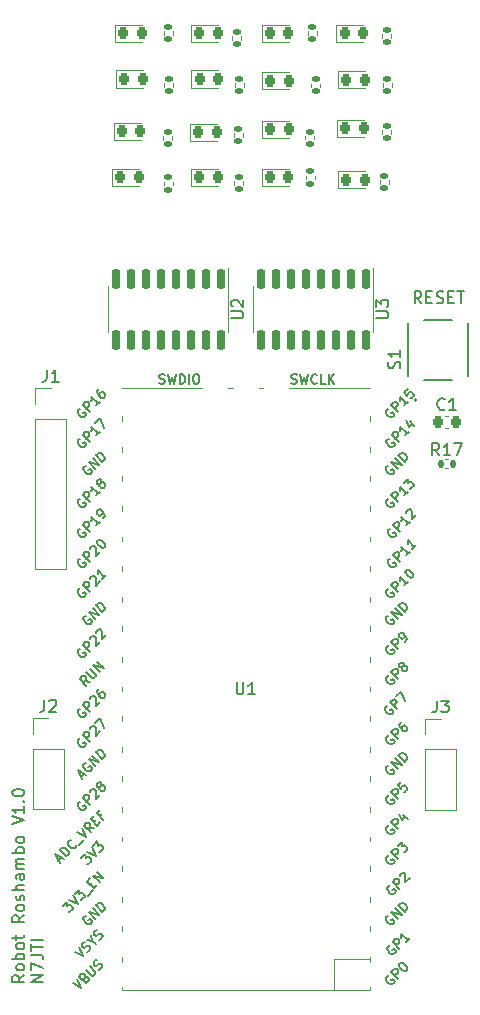
<source format=gbr>
%TF.GenerationSoftware,KiCad,Pcbnew,7.0.5*%
%TF.CreationDate,2023-07-28T19:51:42-07:00*%
%TF.ProjectId,roshambo-pcb-smt,726f7368-616d-4626-9f2d-7063622d736d,rev?*%
%TF.SameCoordinates,Original*%
%TF.FileFunction,Legend,Top*%
%TF.FilePolarity,Positive*%
%FSLAX46Y46*%
G04 Gerber Fmt 4.6, Leading zero omitted, Abs format (unit mm)*
G04 Created by KiCad (PCBNEW 7.0.5) date 2023-07-28 19:51:42*
%MOMM*%
%LPD*%
G01*
G04 APERTURE LIST*
G04 Aperture macros list*
%AMRoundRect*
0 Rectangle with rounded corners*
0 $1 Rounding radius*
0 $2 $3 $4 $5 $6 $7 $8 $9 X,Y pos of 4 corners*
0 Add a 4 corners polygon primitive as box body*
4,1,4,$2,$3,$4,$5,$6,$7,$8,$9,$2,$3,0*
0 Add four circle primitives for the rounded corners*
1,1,$1+$1,$2,$3*
1,1,$1+$1,$4,$5*
1,1,$1+$1,$6,$7*
1,1,$1+$1,$8,$9*
0 Add four rect primitives between the rounded corners*
20,1,$1+$1,$2,$3,$4,$5,0*
20,1,$1+$1,$4,$5,$6,$7,0*
20,1,$1+$1,$6,$7,$8,$9,0*
20,1,$1+$1,$8,$9,$2,$3,0*%
G04 Aperture macros list end*
%ADD10C,0.150000*%
%ADD11C,0.127000*%
%ADD12C,0.200000*%
%ADD13C,0.120000*%
%ADD14R,0.750000X1.000000*%
%ADD15RoundRect,0.135000X-0.135000X-0.185000X0.135000X-0.185000X0.135000X0.185000X-0.135000X0.185000X0*%
%ADD16RoundRect,0.225000X-0.225000X-0.250000X0.225000X-0.250000X0.225000X0.250000X-0.225000X0.250000X0*%
%ADD17RoundRect,0.218750X-0.218750X-0.256250X0.218750X-0.256250X0.218750X0.256250X-0.218750X0.256250X0*%
%ADD18RoundRect,0.150000X-0.150000X0.725000X-0.150000X-0.725000X0.150000X-0.725000X0.150000X0.725000X0*%
%ADD19RoundRect,0.135000X0.185000X-0.135000X0.185000X0.135000X-0.185000X0.135000X-0.185000X-0.135000X0*%
%ADD20R,1.700000X1.700000*%
%ADD21O,1.700000X1.700000*%
%ADD22O,1.800000X1.800000*%
%ADD23O,1.500000X1.500000*%
%ADD24R,3.500000X1.700000*%
%ADD25R,1.700000X3.500000*%
G04 APERTURE END LIST*
D10*
X96959073Y-131884783D02*
X96482882Y-132218116D01*
X96959073Y-132456211D02*
X95959073Y-132456211D01*
X95959073Y-132456211D02*
X95959073Y-132075259D01*
X95959073Y-132075259D02*
X96006692Y-131980021D01*
X96006692Y-131980021D02*
X96054311Y-131932402D01*
X96054311Y-131932402D02*
X96149549Y-131884783D01*
X96149549Y-131884783D02*
X96292406Y-131884783D01*
X96292406Y-131884783D02*
X96387644Y-131932402D01*
X96387644Y-131932402D02*
X96435263Y-131980021D01*
X96435263Y-131980021D02*
X96482882Y-132075259D01*
X96482882Y-132075259D02*
X96482882Y-132456211D01*
X96959073Y-131313354D02*
X96911454Y-131408592D01*
X96911454Y-131408592D02*
X96863834Y-131456211D01*
X96863834Y-131456211D02*
X96768596Y-131503830D01*
X96768596Y-131503830D02*
X96482882Y-131503830D01*
X96482882Y-131503830D02*
X96387644Y-131456211D01*
X96387644Y-131456211D02*
X96340025Y-131408592D01*
X96340025Y-131408592D02*
X96292406Y-131313354D01*
X96292406Y-131313354D02*
X96292406Y-131170497D01*
X96292406Y-131170497D02*
X96340025Y-131075259D01*
X96340025Y-131075259D02*
X96387644Y-131027640D01*
X96387644Y-131027640D02*
X96482882Y-130980021D01*
X96482882Y-130980021D02*
X96768596Y-130980021D01*
X96768596Y-130980021D02*
X96863834Y-131027640D01*
X96863834Y-131027640D02*
X96911454Y-131075259D01*
X96911454Y-131075259D02*
X96959073Y-131170497D01*
X96959073Y-131170497D02*
X96959073Y-131313354D01*
X96959073Y-130551449D02*
X95959073Y-130551449D01*
X96340025Y-130551449D02*
X96292406Y-130456211D01*
X96292406Y-130456211D02*
X96292406Y-130265735D01*
X96292406Y-130265735D02*
X96340025Y-130170497D01*
X96340025Y-130170497D02*
X96387644Y-130122878D01*
X96387644Y-130122878D02*
X96482882Y-130075259D01*
X96482882Y-130075259D02*
X96768596Y-130075259D01*
X96768596Y-130075259D02*
X96863834Y-130122878D01*
X96863834Y-130122878D02*
X96911454Y-130170497D01*
X96911454Y-130170497D02*
X96959073Y-130265735D01*
X96959073Y-130265735D02*
X96959073Y-130456211D01*
X96959073Y-130456211D02*
X96911454Y-130551449D01*
X96959073Y-129503830D02*
X96911454Y-129599068D01*
X96911454Y-129599068D02*
X96863834Y-129646687D01*
X96863834Y-129646687D02*
X96768596Y-129694306D01*
X96768596Y-129694306D02*
X96482882Y-129694306D01*
X96482882Y-129694306D02*
X96387644Y-129646687D01*
X96387644Y-129646687D02*
X96340025Y-129599068D01*
X96340025Y-129599068D02*
X96292406Y-129503830D01*
X96292406Y-129503830D02*
X96292406Y-129360973D01*
X96292406Y-129360973D02*
X96340025Y-129265735D01*
X96340025Y-129265735D02*
X96387644Y-129218116D01*
X96387644Y-129218116D02*
X96482882Y-129170497D01*
X96482882Y-129170497D02*
X96768596Y-129170497D01*
X96768596Y-129170497D02*
X96863834Y-129218116D01*
X96863834Y-129218116D02*
X96911454Y-129265735D01*
X96911454Y-129265735D02*
X96959073Y-129360973D01*
X96959073Y-129360973D02*
X96959073Y-129503830D01*
X96292406Y-128884782D02*
X96292406Y-128503830D01*
X95959073Y-128741925D02*
X96816215Y-128741925D01*
X96816215Y-128741925D02*
X96911454Y-128694306D01*
X96911454Y-128694306D02*
X96959073Y-128599068D01*
X96959073Y-128599068D02*
X96959073Y-128503830D01*
X96959073Y-126837163D02*
X96482882Y-127170496D01*
X96959073Y-127408591D02*
X95959073Y-127408591D01*
X95959073Y-127408591D02*
X95959073Y-127027639D01*
X95959073Y-127027639D02*
X96006692Y-126932401D01*
X96006692Y-126932401D02*
X96054311Y-126884782D01*
X96054311Y-126884782D02*
X96149549Y-126837163D01*
X96149549Y-126837163D02*
X96292406Y-126837163D01*
X96292406Y-126837163D02*
X96387644Y-126884782D01*
X96387644Y-126884782D02*
X96435263Y-126932401D01*
X96435263Y-126932401D02*
X96482882Y-127027639D01*
X96482882Y-127027639D02*
X96482882Y-127408591D01*
X96959073Y-126265734D02*
X96911454Y-126360972D01*
X96911454Y-126360972D02*
X96863834Y-126408591D01*
X96863834Y-126408591D02*
X96768596Y-126456210D01*
X96768596Y-126456210D02*
X96482882Y-126456210D01*
X96482882Y-126456210D02*
X96387644Y-126408591D01*
X96387644Y-126408591D02*
X96340025Y-126360972D01*
X96340025Y-126360972D02*
X96292406Y-126265734D01*
X96292406Y-126265734D02*
X96292406Y-126122877D01*
X96292406Y-126122877D02*
X96340025Y-126027639D01*
X96340025Y-126027639D02*
X96387644Y-125980020D01*
X96387644Y-125980020D02*
X96482882Y-125932401D01*
X96482882Y-125932401D02*
X96768596Y-125932401D01*
X96768596Y-125932401D02*
X96863834Y-125980020D01*
X96863834Y-125980020D02*
X96911454Y-126027639D01*
X96911454Y-126027639D02*
X96959073Y-126122877D01*
X96959073Y-126122877D02*
X96959073Y-126265734D01*
X96911454Y-125551448D02*
X96959073Y-125456210D01*
X96959073Y-125456210D02*
X96959073Y-125265734D01*
X96959073Y-125265734D02*
X96911454Y-125170496D01*
X96911454Y-125170496D02*
X96816215Y-125122877D01*
X96816215Y-125122877D02*
X96768596Y-125122877D01*
X96768596Y-125122877D02*
X96673358Y-125170496D01*
X96673358Y-125170496D02*
X96625739Y-125265734D01*
X96625739Y-125265734D02*
X96625739Y-125408591D01*
X96625739Y-125408591D02*
X96578120Y-125503829D01*
X96578120Y-125503829D02*
X96482882Y-125551448D01*
X96482882Y-125551448D02*
X96435263Y-125551448D01*
X96435263Y-125551448D02*
X96340025Y-125503829D01*
X96340025Y-125503829D02*
X96292406Y-125408591D01*
X96292406Y-125408591D02*
X96292406Y-125265734D01*
X96292406Y-125265734D02*
X96340025Y-125170496D01*
X96959073Y-124694305D02*
X95959073Y-124694305D01*
X96959073Y-124265734D02*
X96435263Y-124265734D01*
X96435263Y-124265734D02*
X96340025Y-124313353D01*
X96340025Y-124313353D02*
X96292406Y-124408591D01*
X96292406Y-124408591D02*
X96292406Y-124551448D01*
X96292406Y-124551448D02*
X96340025Y-124646686D01*
X96340025Y-124646686D02*
X96387644Y-124694305D01*
X96959073Y-123360972D02*
X96435263Y-123360972D01*
X96435263Y-123360972D02*
X96340025Y-123408591D01*
X96340025Y-123408591D02*
X96292406Y-123503829D01*
X96292406Y-123503829D02*
X96292406Y-123694305D01*
X96292406Y-123694305D02*
X96340025Y-123789543D01*
X96911454Y-123360972D02*
X96959073Y-123456210D01*
X96959073Y-123456210D02*
X96959073Y-123694305D01*
X96959073Y-123694305D02*
X96911454Y-123789543D01*
X96911454Y-123789543D02*
X96816215Y-123837162D01*
X96816215Y-123837162D02*
X96720977Y-123837162D01*
X96720977Y-123837162D02*
X96625739Y-123789543D01*
X96625739Y-123789543D02*
X96578120Y-123694305D01*
X96578120Y-123694305D02*
X96578120Y-123456210D01*
X96578120Y-123456210D02*
X96530501Y-123360972D01*
X96959073Y-122884781D02*
X96292406Y-122884781D01*
X96387644Y-122884781D02*
X96340025Y-122837162D01*
X96340025Y-122837162D02*
X96292406Y-122741924D01*
X96292406Y-122741924D02*
X96292406Y-122599067D01*
X96292406Y-122599067D02*
X96340025Y-122503829D01*
X96340025Y-122503829D02*
X96435263Y-122456210D01*
X96435263Y-122456210D02*
X96959073Y-122456210D01*
X96435263Y-122456210D02*
X96340025Y-122408591D01*
X96340025Y-122408591D02*
X96292406Y-122313353D01*
X96292406Y-122313353D02*
X96292406Y-122170496D01*
X96292406Y-122170496D02*
X96340025Y-122075257D01*
X96340025Y-122075257D02*
X96435263Y-122027638D01*
X96435263Y-122027638D02*
X96959073Y-122027638D01*
X96959073Y-121551448D02*
X95959073Y-121551448D01*
X96340025Y-121551448D02*
X96292406Y-121456210D01*
X96292406Y-121456210D02*
X96292406Y-121265734D01*
X96292406Y-121265734D02*
X96340025Y-121170496D01*
X96340025Y-121170496D02*
X96387644Y-121122877D01*
X96387644Y-121122877D02*
X96482882Y-121075258D01*
X96482882Y-121075258D02*
X96768596Y-121075258D01*
X96768596Y-121075258D02*
X96863834Y-121122877D01*
X96863834Y-121122877D02*
X96911454Y-121170496D01*
X96911454Y-121170496D02*
X96959073Y-121265734D01*
X96959073Y-121265734D02*
X96959073Y-121456210D01*
X96959073Y-121456210D02*
X96911454Y-121551448D01*
X96959073Y-120503829D02*
X96911454Y-120599067D01*
X96911454Y-120599067D02*
X96863834Y-120646686D01*
X96863834Y-120646686D02*
X96768596Y-120694305D01*
X96768596Y-120694305D02*
X96482882Y-120694305D01*
X96482882Y-120694305D02*
X96387644Y-120646686D01*
X96387644Y-120646686D02*
X96340025Y-120599067D01*
X96340025Y-120599067D02*
X96292406Y-120503829D01*
X96292406Y-120503829D02*
X96292406Y-120360972D01*
X96292406Y-120360972D02*
X96340025Y-120265734D01*
X96340025Y-120265734D02*
X96387644Y-120218115D01*
X96387644Y-120218115D02*
X96482882Y-120170496D01*
X96482882Y-120170496D02*
X96768596Y-120170496D01*
X96768596Y-120170496D02*
X96863834Y-120218115D01*
X96863834Y-120218115D02*
X96911454Y-120265734D01*
X96911454Y-120265734D02*
X96959073Y-120360972D01*
X96959073Y-120360972D02*
X96959073Y-120503829D01*
X95959073Y-119122876D02*
X96959073Y-118789543D01*
X96959073Y-118789543D02*
X95959073Y-118456210D01*
X96959073Y-117599067D02*
X96959073Y-118170495D01*
X96959073Y-117884781D02*
X95959073Y-117884781D01*
X95959073Y-117884781D02*
X96101930Y-117980019D01*
X96101930Y-117980019D02*
X96197168Y-118075257D01*
X96197168Y-118075257D02*
X96244787Y-118170495D01*
X96863834Y-117170495D02*
X96911454Y-117122876D01*
X96911454Y-117122876D02*
X96959073Y-117170495D01*
X96959073Y-117170495D02*
X96911454Y-117218114D01*
X96911454Y-117218114D02*
X96863834Y-117170495D01*
X96863834Y-117170495D02*
X96959073Y-117170495D01*
X95959073Y-116503829D02*
X95959073Y-116408591D01*
X95959073Y-116408591D02*
X96006692Y-116313353D01*
X96006692Y-116313353D02*
X96054311Y-116265734D01*
X96054311Y-116265734D02*
X96149549Y-116218115D01*
X96149549Y-116218115D02*
X96340025Y-116170496D01*
X96340025Y-116170496D02*
X96578120Y-116170496D01*
X96578120Y-116170496D02*
X96768596Y-116218115D01*
X96768596Y-116218115D02*
X96863834Y-116265734D01*
X96863834Y-116265734D02*
X96911454Y-116313353D01*
X96911454Y-116313353D02*
X96959073Y-116408591D01*
X96959073Y-116408591D02*
X96959073Y-116503829D01*
X96959073Y-116503829D02*
X96911454Y-116599067D01*
X96911454Y-116599067D02*
X96863834Y-116646686D01*
X96863834Y-116646686D02*
X96768596Y-116694305D01*
X96768596Y-116694305D02*
X96578120Y-116741924D01*
X96578120Y-116741924D02*
X96340025Y-116741924D01*
X96340025Y-116741924D02*
X96149549Y-116694305D01*
X96149549Y-116694305D02*
X96054311Y-116646686D01*
X96054311Y-116646686D02*
X96006692Y-116599067D01*
X96006692Y-116599067D02*
X95959073Y-116503829D01*
X98569073Y-132456211D02*
X97569073Y-132456211D01*
X97569073Y-132456211D02*
X98569073Y-131884783D01*
X98569073Y-131884783D02*
X97569073Y-131884783D01*
X97569073Y-131503830D02*
X97569073Y-130837164D01*
X97569073Y-130837164D02*
X98569073Y-131265735D01*
X97569073Y-130170497D02*
X98283358Y-130170497D01*
X98283358Y-130170497D02*
X98426215Y-130218116D01*
X98426215Y-130218116D02*
X98521454Y-130313354D01*
X98521454Y-130313354D02*
X98569073Y-130456211D01*
X98569073Y-130456211D02*
X98569073Y-130551449D01*
X97569073Y-129837163D02*
X97569073Y-129265735D01*
X98569073Y-129551449D02*
X97569073Y-129551449D01*
X98569073Y-128932401D02*
X97569073Y-128932401D01*
X130595461Y-75004810D02*
X130262128Y-74528619D01*
X130024033Y-75004810D02*
X130024033Y-74004810D01*
X130024033Y-74004810D02*
X130404985Y-74004810D01*
X130404985Y-74004810D02*
X130500223Y-74052429D01*
X130500223Y-74052429D02*
X130547842Y-74100048D01*
X130547842Y-74100048D02*
X130595461Y-74195286D01*
X130595461Y-74195286D02*
X130595461Y-74338143D01*
X130595461Y-74338143D02*
X130547842Y-74433381D01*
X130547842Y-74433381D02*
X130500223Y-74481000D01*
X130500223Y-74481000D02*
X130404985Y-74528619D01*
X130404985Y-74528619D02*
X130024033Y-74528619D01*
X131024033Y-74481000D02*
X131357366Y-74481000D01*
X131500223Y-75004810D02*
X131024033Y-75004810D01*
X131024033Y-75004810D02*
X131024033Y-74004810D01*
X131024033Y-74004810D02*
X131500223Y-74004810D01*
X131881176Y-74957191D02*
X132024033Y-75004810D01*
X132024033Y-75004810D02*
X132262128Y-75004810D01*
X132262128Y-75004810D02*
X132357366Y-74957191D01*
X132357366Y-74957191D02*
X132404985Y-74909571D01*
X132404985Y-74909571D02*
X132452604Y-74814333D01*
X132452604Y-74814333D02*
X132452604Y-74719095D01*
X132452604Y-74719095D02*
X132404985Y-74623857D01*
X132404985Y-74623857D02*
X132357366Y-74576238D01*
X132357366Y-74576238D02*
X132262128Y-74528619D01*
X132262128Y-74528619D02*
X132071652Y-74481000D01*
X132071652Y-74481000D02*
X131976414Y-74433381D01*
X131976414Y-74433381D02*
X131928795Y-74385762D01*
X131928795Y-74385762D02*
X131881176Y-74290524D01*
X131881176Y-74290524D02*
X131881176Y-74195286D01*
X131881176Y-74195286D02*
X131928795Y-74100048D01*
X131928795Y-74100048D02*
X131976414Y-74052429D01*
X131976414Y-74052429D02*
X132071652Y-74004810D01*
X132071652Y-74004810D02*
X132309747Y-74004810D01*
X132309747Y-74004810D02*
X132452604Y-74052429D01*
X132881176Y-74481000D02*
X133214509Y-74481000D01*
X133357366Y-75004810D02*
X132881176Y-75004810D01*
X132881176Y-75004810D02*
X132881176Y-74004810D01*
X132881176Y-74004810D02*
X133357366Y-74004810D01*
X133643081Y-74004810D02*
X134214509Y-74004810D01*
X133928795Y-75004810D02*
X133928795Y-74004810D01*
%TO.C,S1*%
X128745454Y-80531895D02*
X128793073Y-80389038D01*
X128793073Y-80389038D02*
X128793073Y-80150943D01*
X128793073Y-80150943D02*
X128745454Y-80055705D01*
X128745454Y-80055705D02*
X128697834Y-80008086D01*
X128697834Y-80008086D02*
X128602596Y-79960467D01*
X128602596Y-79960467D02*
X128507358Y-79960467D01*
X128507358Y-79960467D02*
X128412120Y-80008086D01*
X128412120Y-80008086D02*
X128364501Y-80055705D01*
X128364501Y-80055705D02*
X128316882Y-80150943D01*
X128316882Y-80150943D02*
X128269263Y-80341419D01*
X128269263Y-80341419D02*
X128221644Y-80436657D01*
X128221644Y-80436657D02*
X128174025Y-80484276D01*
X128174025Y-80484276D02*
X128078787Y-80531895D01*
X128078787Y-80531895D02*
X127983549Y-80531895D01*
X127983549Y-80531895D02*
X127888311Y-80484276D01*
X127888311Y-80484276D02*
X127840692Y-80436657D01*
X127840692Y-80436657D02*
X127793073Y-80341419D01*
X127793073Y-80341419D02*
X127793073Y-80103324D01*
X127793073Y-80103324D02*
X127840692Y-79960467D01*
X128793073Y-79008086D02*
X128793073Y-79579514D01*
X128793073Y-79293800D02*
X127793073Y-79293800D01*
X127793073Y-79293800D02*
X127935930Y-79389038D01*
X127935930Y-79389038D02*
X128031168Y-79484276D01*
X128031168Y-79484276D02*
X128078787Y-79579514D01*
%TO.C,R17*%
X132090396Y-87881810D02*
X131757063Y-87405619D01*
X131518968Y-87881810D02*
X131518968Y-86881810D01*
X131518968Y-86881810D02*
X131899920Y-86881810D01*
X131899920Y-86881810D02*
X131995158Y-86929429D01*
X131995158Y-86929429D02*
X132042777Y-86977048D01*
X132042777Y-86977048D02*
X132090396Y-87072286D01*
X132090396Y-87072286D02*
X132090396Y-87215143D01*
X132090396Y-87215143D02*
X132042777Y-87310381D01*
X132042777Y-87310381D02*
X131995158Y-87358000D01*
X131995158Y-87358000D02*
X131899920Y-87405619D01*
X131899920Y-87405619D02*
X131518968Y-87405619D01*
X133042777Y-87881810D02*
X132471349Y-87881810D01*
X132757063Y-87881810D02*
X132757063Y-86881810D01*
X132757063Y-86881810D02*
X132661825Y-87024667D01*
X132661825Y-87024667D02*
X132566587Y-87119905D01*
X132566587Y-87119905D02*
X132471349Y-87167524D01*
X133376111Y-86881810D02*
X134042777Y-86881810D01*
X134042777Y-86881810D02*
X133614206Y-87881810D01*
%TO.C,C1*%
X132568587Y-83970571D02*
X132520968Y-84018191D01*
X132520968Y-84018191D02*
X132378111Y-84065810D01*
X132378111Y-84065810D02*
X132282873Y-84065810D01*
X132282873Y-84065810D02*
X132140016Y-84018191D01*
X132140016Y-84018191D02*
X132044778Y-83922952D01*
X132044778Y-83922952D02*
X131997159Y-83827714D01*
X131997159Y-83827714D02*
X131949540Y-83637238D01*
X131949540Y-83637238D02*
X131949540Y-83494381D01*
X131949540Y-83494381D02*
X131997159Y-83303905D01*
X131997159Y-83303905D02*
X132044778Y-83208667D01*
X132044778Y-83208667D02*
X132140016Y-83113429D01*
X132140016Y-83113429D02*
X132282873Y-83065810D01*
X132282873Y-83065810D02*
X132378111Y-83065810D01*
X132378111Y-83065810D02*
X132520968Y-83113429D01*
X132520968Y-83113429D02*
X132568587Y-83161048D01*
X133520968Y-84065810D02*
X132949540Y-84065810D01*
X133235254Y-84065810D02*
X133235254Y-83065810D01*
X133235254Y-83065810D02*
X133140016Y-83208667D01*
X133140016Y-83208667D02*
X133044778Y-83303905D01*
X133044778Y-83303905D02*
X132949540Y-83351524D01*
%TO.C,U2*%
X114514819Y-76281904D02*
X115324342Y-76281904D01*
X115324342Y-76281904D02*
X115419580Y-76234285D01*
X115419580Y-76234285D02*
X115467200Y-76186666D01*
X115467200Y-76186666D02*
X115514819Y-76091428D01*
X115514819Y-76091428D02*
X115514819Y-75900952D01*
X115514819Y-75900952D02*
X115467200Y-75805714D01*
X115467200Y-75805714D02*
X115419580Y-75758095D01*
X115419580Y-75758095D02*
X115324342Y-75710476D01*
X115324342Y-75710476D02*
X114514819Y-75710476D01*
X114610057Y-75281904D02*
X114562438Y-75234285D01*
X114562438Y-75234285D02*
X114514819Y-75139047D01*
X114514819Y-75139047D02*
X114514819Y-74900952D01*
X114514819Y-74900952D02*
X114562438Y-74805714D01*
X114562438Y-74805714D02*
X114610057Y-74758095D01*
X114610057Y-74758095D02*
X114705295Y-74710476D01*
X114705295Y-74710476D02*
X114800533Y-74710476D01*
X114800533Y-74710476D02*
X114943390Y-74758095D01*
X114943390Y-74758095D02*
X115514819Y-75329523D01*
X115514819Y-75329523D02*
X115514819Y-74710476D01*
%TO.C,J1*%
X98873920Y-80641810D02*
X98873920Y-81356095D01*
X98873920Y-81356095D02*
X98826301Y-81498952D01*
X98826301Y-81498952D02*
X98731063Y-81594191D01*
X98731063Y-81594191D02*
X98588206Y-81641810D01*
X98588206Y-81641810D02*
X98492968Y-81641810D01*
X99873920Y-81641810D02*
X99302492Y-81641810D01*
X99588206Y-81641810D02*
X99588206Y-80641810D01*
X99588206Y-80641810D02*
X99492968Y-80784667D01*
X99492968Y-80784667D02*
X99397730Y-80879905D01*
X99397730Y-80879905D02*
X99302492Y-80927524D01*
%TO.C,U3*%
X126783019Y-76281904D02*
X127592542Y-76281904D01*
X127592542Y-76281904D02*
X127687780Y-76234285D01*
X127687780Y-76234285D02*
X127735400Y-76186666D01*
X127735400Y-76186666D02*
X127783019Y-76091428D01*
X127783019Y-76091428D02*
X127783019Y-75900952D01*
X127783019Y-75900952D02*
X127735400Y-75805714D01*
X127735400Y-75805714D02*
X127687780Y-75758095D01*
X127687780Y-75758095D02*
X127592542Y-75710476D01*
X127592542Y-75710476D02*
X126783019Y-75710476D01*
X126783019Y-75329523D02*
X126783019Y-74710476D01*
X126783019Y-74710476D02*
X127163971Y-75043809D01*
X127163971Y-75043809D02*
X127163971Y-74900952D01*
X127163971Y-74900952D02*
X127211590Y-74805714D01*
X127211590Y-74805714D02*
X127259209Y-74758095D01*
X127259209Y-74758095D02*
X127354447Y-74710476D01*
X127354447Y-74710476D02*
X127592542Y-74710476D01*
X127592542Y-74710476D02*
X127687780Y-74758095D01*
X127687780Y-74758095D02*
X127735400Y-74805714D01*
X127735400Y-74805714D02*
X127783019Y-74900952D01*
X127783019Y-74900952D02*
X127783019Y-75186666D01*
X127783019Y-75186666D02*
X127735400Y-75281904D01*
X127735400Y-75281904D02*
X127687780Y-75329523D01*
%TO.C,J2*%
X98666666Y-108581810D02*
X98666666Y-109296095D01*
X98666666Y-109296095D02*
X98619047Y-109438952D01*
X98619047Y-109438952D02*
X98523809Y-109534191D01*
X98523809Y-109534191D02*
X98380952Y-109581810D01*
X98380952Y-109581810D02*
X98285714Y-109581810D01*
X99095238Y-108677048D02*
X99142857Y-108629429D01*
X99142857Y-108629429D02*
X99238095Y-108581810D01*
X99238095Y-108581810D02*
X99476190Y-108581810D01*
X99476190Y-108581810D02*
X99571428Y-108629429D01*
X99571428Y-108629429D02*
X99619047Y-108677048D01*
X99619047Y-108677048D02*
X99666666Y-108772286D01*
X99666666Y-108772286D02*
X99666666Y-108867524D01*
X99666666Y-108867524D02*
X99619047Y-109010381D01*
X99619047Y-109010381D02*
X99047619Y-109581810D01*
X99047619Y-109581810D02*
X99666666Y-109581810D01*
%TO.C,J3*%
X131893920Y-108650688D02*
X131893920Y-109364973D01*
X131893920Y-109364973D02*
X131846301Y-109507830D01*
X131846301Y-109507830D02*
X131751063Y-109603069D01*
X131751063Y-109603069D02*
X131608206Y-109650688D01*
X131608206Y-109650688D02*
X131512968Y-109650688D01*
X132274873Y-108650688D02*
X132893920Y-108650688D01*
X132893920Y-108650688D02*
X132560587Y-109031640D01*
X132560587Y-109031640D02*
X132703444Y-109031640D01*
X132703444Y-109031640D02*
X132798682Y-109079259D01*
X132798682Y-109079259D02*
X132846301Y-109126878D01*
X132846301Y-109126878D02*
X132893920Y-109222116D01*
X132893920Y-109222116D02*
X132893920Y-109460211D01*
X132893920Y-109460211D02*
X132846301Y-109555449D01*
X132846301Y-109555449D02*
X132798682Y-109603069D01*
X132798682Y-109603069D02*
X132703444Y-109650688D01*
X132703444Y-109650688D02*
X132417730Y-109650688D01*
X132417730Y-109650688D02*
X132322492Y-109603069D01*
X132322492Y-109603069D02*
X132274873Y-109555449D01*
%TO.C,U1*%
X114942431Y-107123528D02*
X114942431Y-107933051D01*
X114942431Y-107933051D02*
X114990050Y-108028289D01*
X114990050Y-108028289D02*
X115037669Y-108075909D01*
X115037669Y-108075909D02*
X115132907Y-108123528D01*
X115132907Y-108123528D02*
X115323383Y-108123528D01*
X115323383Y-108123528D02*
X115418621Y-108075909D01*
X115418621Y-108075909D02*
X115466240Y-108028289D01*
X115466240Y-108028289D02*
X115513859Y-107933051D01*
X115513859Y-107933051D02*
X115513859Y-107123528D01*
X116513859Y-108123528D02*
X115942431Y-108123528D01*
X116228145Y-108123528D02*
X116228145Y-107123528D01*
X116228145Y-107123528D02*
X116132907Y-107266385D01*
X116132907Y-107266385D02*
X116037669Y-107361623D01*
X116037669Y-107361623D02*
X115942431Y-107409242D01*
X127790771Y-101467140D02*
X127709959Y-101494077D01*
X127709959Y-101494077D02*
X127629147Y-101574889D01*
X127629147Y-101574889D02*
X127575272Y-101682639D01*
X127575272Y-101682639D02*
X127575272Y-101790389D01*
X127575272Y-101790389D02*
X127602209Y-101871201D01*
X127602209Y-101871201D02*
X127683021Y-102005888D01*
X127683021Y-102005888D02*
X127763834Y-102086700D01*
X127763834Y-102086700D02*
X127898521Y-102167512D01*
X127898521Y-102167512D02*
X127979333Y-102194450D01*
X127979333Y-102194450D02*
X128087082Y-102194450D01*
X128087082Y-102194450D02*
X128194832Y-102140575D01*
X128194832Y-102140575D02*
X128248707Y-102086700D01*
X128248707Y-102086700D02*
X128302582Y-101978950D01*
X128302582Y-101978950D02*
X128302582Y-101925076D01*
X128302582Y-101925076D02*
X128114020Y-101736514D01*
X128114020Y-101736514D02*
X128006270Y-101844263D01*
X128598893Y-101736514D02*
X128033208Y-101170828D01*
X128033208Y-101170828D02*
X128922142Y-101413265D01*
X128922142Y-101413265D02*
X128356456Y-100847580D01*
X129191516Y-101143891D02*
X128625830Y-100578206D01*
X128625830Y-100578206D02*
X128760517Y-100443519D01*
X128760517Y-100443519D02*
X128868267Y-100389644D01*
X128868267Y-100389644D02*
X128976016Y-100389644D01*
X128976016Y-100389644D02*
X129056829Y-100416581D01*
X129056829Y-100416581D02*
X129191516Y-100497394D01*
X129191516Y-100497394D02*
X129272328Y-100578206D01*
X129272328Y-100578206D02*
X129353140Y-100712893D01*
X129353140Y-100712893D02*
X129380077Y-100793705D01*
X129380077Y-100793705D02*
X129380077Y-100901455D01*
X129380077Y-100901455D02*
X129326203Y-101009204D01*
X129326203Y-101009204D02*
X129191516Y-101143891D01*
X99859400Y-122202758D02*
X100128774Y-121933384D01*
X99967149Y-122418258D02*
X99590026Y-121664010D01*
X99590026Y-121664010D02*
X100344273Y-122041134D01*
X100532835Y-121852572D02*
X99967149Y-121286887D01*
X99967149Y-121286887D02*
X100101836Y-121152200D01*
X100101836Y-121152200D02*
X100209586Y-121098325D01*
X100209586Y-121098325D02*
X100317335Y-121098325D01*
X100317335Y-121098325D02*
X100398148Y-121125262D01*
X100398148Y-121125262D02*
X100532835Y-121206075D01*
X100532835Y-121206075D02*
X100613647Y-121286887D01*
X100613647Y-121286887D02*
X100694459Y-121421574D01*
X100694459Y-121421574D02*
X100721396Y-121502386D01*
X100721396Y-121502386D02*
X100721396Y-121610136D01*
X100721396Y-121610136D02*
X100667522Y-121717885D01*
X100667522Y-121717885D02*
X100532835Y-121852572D01*
X101367894Y-120909763D02*
X101367894Y-120963638D01*
X101367894Y-120963638D02*
X101314019Y-121071388D01*
X101314019Y-121071388D02*
X101260144Y-121125262D01*
X101260144Y-121125262D02*
X101152395Y-121179137D01*
X101152395Y-121179137D02*
X101044645Y-121179137D01*
X101044645Y-121179137D02*
X100963833Y-121152200D01*
X100963833Y-121152200D02*
X100829146Y-121071388D01*
X100829146Y-121071388D02*
X100748334Y-120990575D01*
X100748334Y-120990575D02*
X100667522Y-120855888D01*
X100667522Y-120855888D02*
X100640584Y-120775076D01*
X100640584Y-120775076D02*
X100640584Y-120667327D01*
X100640584Y-120667327D02*
X100694459Y-120559577D01*
X100694459Y-120559577D02*
X100748334Y-120505702D01*
X100748334Y-120505702D02*
X100856083Y-120451827D01*
X100856083Y-120451827D02*
X100909958Y-120451827D01*
X101583393Y-120909763D02*
X102014392Y-120478765D01*
X101448706Y-119805330D02*
X102202954Y-120182453D01*
X102202954Y-120182453D02*
X101825830Y-119428206D01*
X102903326Y-119482081D02*
X102445390Y-119401269D01*
X102580077Y-119805330D02*
X102014392Y-119239644D01*
X102014392Y-119239644D02*
X102229891Y-119024145D01*
X102229891Y-119024145D02*
X102310703Y-118997208D01*
X102310703Y-118997208D02*
X102364578Y-118997208D01*
X102364578Y-118997208D02*
X102445390Y-119024145D01*
X102445390Y-119024145D02*
X102526202Y-119104957D01*
X102526202Y-119104957D02*
X102553140Y-119185770D01*
X102553140Y-119185770D02*
X102553140Y-119239644D01*
X102553140Y-119239644D02*
X102526202Y-119320457D01*
X102526202Y-119320457D02*
X102310703Y-119535956D01*
X102849451Y-118943333D02*
X103038013Y-118754771D01*
X103415136Y-118970270D02*
X103145762Y-119239644D01*
X103145762Y-119239644D02*
X102580077Y-118673959D01*
X102580077Y-118673959D02*
X102849451Y-118404585D01*
X103549824Y-118242960D02*
X103361262Y-118431522D01*
X103657573Y-118727834D02*
X103091888Y-118162148D01*
X103091888Y-118162148D02*
X103361262Y-117892774D01*
X101694334Y-117203577D02*
X101613521Y-117230514D01*
X101613521Y-117230514D02*
X101532709Y-117311327D01*
X101532709Y-117311327D02*
X101478834Y-117419076D01*
X101478834Y-117419076D02*
X101478834Y-117526826D01*
X101478834Y-117526826D02*
X101505772Y-117607638D01*
X101505772Y-117607638D02*
X101586584Y-117742325D01*
X101586584Y-117742325D02*
X101667396Y-117823137D01*
X101667396Y-117823137D02*
X101802083Y-117903950D01*
X101802083Y-117903950D02*
X101882896Y-117930887D01*
X101882896Y-117930887D02*
X101990645Y-117930887D01*
X101990645Y-117930887D02*
X102098395Y-117877012D01*
X102098395Y-117877012D02*
X102152270Y-117823137D01*
X102152270Y-117823137D02*
X102206144Y-117715388D01*
X102206144Y-117715388D02*
X102206144Y-117661513D01*
X102206144Y-117661513D02*
X102017583Y-117472951D01*
X102017583Y-117472951D02*
X101909833Y-117580701D01*
X102502456Y-117472951D02*
X101936770Y-116907266D01*
X101936770Y-116907266D02*
X102152270Y-116691766D01*
X102152270Y-116691766D02*
X102233082Y-116664829D01*
X102233082Y-116664829D02*
X102286957Y-116664829D01*
X102286957Y-116664829D02*
X102367769Y-116691766D01*
X102367769Y-116691766D02*
X102448581Y-116772579D01*
X102448581Y-116772579D02*
X102475518Y-116853391D01*
X102475518Y-116853391D02*
X102475518Y-116907266D01*
X102475518Y-116907266D02*
X102448581Y-116988078D01*
X102448581Y-116988078D02*
X102233082Y-117203577D01*
X102529393Y-116422392D02*
X102529393Y-116368518D01*
X102529393Y-116368518D02*
X102556331Y-116287705D01*
X102556331Y-116287705D02*
X102691018Y-116153018D01*
X102691018Y-116153018D02*
X102771830Y-116126081D01*
X102771830Y-116126081D02*
X102825705Y-116126081D01*
X102825705Y-116126081D02*
X102906517Y-116153018D01*
X102906517Y-116153018D02*
X102960392Y-116206893D01*
X102960392Y-116206893D02*
X103014266Y-116314643D01*
X103014266Y-116314643D02*
X103014266Y-116961140D01*
X103014266Y-116961140D02*
X103364453Y-116610954D01*
X103364453Y-115964456D02*
X103283641Y-115991394D01*
X103283641Y-115991394D02*
X103229766Y-115991394D01*
X103229766Y-115991394D02*
X103148954Y-115964456D01*
X103148954Y-115964456D02*
X103122016Y-115937519D01*
X103122016Y-115937519D02*
X103095079Y-115856707D01*
X103095079Y-115856707D02*
X103095079Y-115802832D01*
X103095079Y-115802832D02*
X103122016Y-115722020D01*
X103122016Y-115722020D02*
X103229766Y-115614270D01*
X103229766Y-115614270D02*
X103310578Y-115587333D01*
X103310578Y-115587333D02*
X103364453Y-115587333D01*
X103364453Y-115587333D02*
X103445265Y-115614270D01*
X103445265Y-115614270D02*
X103472202Y-115641208D01*
X103472202Y-115641208D02*
X103499140Y-115722020D01*
X103499140Y-115722020D02*
X103499140Y-115775895D01*
X103499140Y-115775895D02*
X103472202Y-115856707D01*
X103472202Y-115856707D02*
X103364453Y-115964456D01*
X103364453Y-115964456D02*
X103337515Y-116045269D01*
X103337515Y-116045269D02*
X103337515Y-116099143D01*
X103337515Y-116099143D02*
X103364453Y-116179956D01*
X103364453Y-116179956D02*
X103472202Y-116287705D01*
X103472202Y-116287705D02*
X103553015Y-116314643D01*
X103553015Y-116314643D02*
X103606889Y-116314643D01*
X103606889Y-116314643D02*
X103687702Y-116287705D01*
X103687702Y-116287705D02*
X103795451Y-116179956D01*
X103795451Y-116179956D02*
X103822389Y-116099143D01*
X103822389Y-116099143D02*
X103822389Y-116045269D01*
X103822389Y-116045269D02*
X103795451Y-115964456D01*
X103795451Y-115964456D02*
X103687702Y-115856707D01*
X103687702Y-115856707D02*
X103606889Y-115829769D01*
X103606889Y-115829769D02*
X103553015Y-115829769D01*
X103553015Y-115829769D02*
X103472202Y-115856707D01*
X127817708Y-131920203D02*
X127736896Y-131947140D01*
X127736896Y-131947140D02*
X127656084Y-132027952D01*
X127656084Y-132027952D02*
X127602209Y-132135702D01*
X127602209Y-132135702D02*
X127602209Y-132243451D01*
X127602209Y-132243451D02*
X127629146Y-132324264D01*
X127629146Y-132324264D02*
X127709959Y-132458951D01*
X127709959Y-132458951D02*
X127790771Y-132539763D01*
X127790771Y-132539763D02*
X127925458Y-132620575D01*
X127925458Y-132620575D02*
X128006270Y-132647512D01*
X128006270Y-132647512D02*
X128114020Y-132647512D01*
X128114020Y-132647512D02*
X128221769Y-132593638D01*
X128221769Y-132593638D02*
X128275644Y-132539763D01*
X128275644Y-132539763D02*
X128329519Y-132432013D01*
X128329519Y-132432013D02*
X128329519Y-132378138D01*
X128329519Y-132378138D02*
X128140957Y-132189577D01*
X128140957Y-132189577D02*
X128033207Y-132297326D01*
X128625830Y-132189577D02*
X128060145Y-131623891D01*
X128060145Y-131623891D02*
X128275644Y-131408392D01*
X128275644Y-131408392D02*
X128356456Y-131381455D01*
X128356456Y-131381455D02*
X128410331Y-131381455D01*
X128410331Y-131381455D02*
X128491143Y-131408392D01*
X128491143Y-131408392D02*
X128571955Y-131489204D01*
X128571955Y-131489204D02*
X128598893Y-131570016D01*
X128598893Y-131570016D02*
X128598893Y-131623891D01*
X128598893Y-131623891D02*
X128571955Y-131704703D01*
X128571955Y-131704703D02*
X128356456Y-131920203D01*
X128733580Y-130950456D02*
X128787455Y-130896581D01*
X128787455Y-130896581D02*
X128868267Y-130869644D01*
X128868267Y-130869644D02*
X128922142Y-130869644D01*
X128922142Y-130869644D02*
X129002954Y-130896581D01*
X129002954Y-130896581D02*
X129137641Y-130977394D01*
X129137641Y-130977394D02*
X129272328Y-131112081D01*
X129272328Y-131112081D02*
X129353140Y-131246768D01*
X129353140Y-131246768D02*
X129380077Y-131327580D01*
X129380077Y-131327580D02*
X129380077Y-131381455D01*
X129380077Y-131381455D02*
X129353140Y-131462267D01*
X129353140Y-131462267D02*
X129299265Y-131516142D01*
X129299265Y-131516142D02*
X129218453Y-131543079D01*
X129218453Y-131543079D02*
X129164578Y-131543079D01*
X129164578Y-131543079D02*
X129083766Y-131516142D01*
X129083766Y-131516142D02*
X128949079Y-131435329D01*
X128949079Y-131435329D02*
X128814392Y-131300642D01*
X128814392Y-131300642D02*
X128733580Y-131165955D01*
X128733580Y-131165955D02*
X128706642Y-131085143D01*
X128706642Y-131085143D02*
X128706642Y-131031268D01*
X128706642Y-131031268D02*
X128733580Y-130950456D01*
X101694334Y-83929577D02*
X101613521Y-83956514D01*
X101613521Y-83956514D02*
X101532709Y-84037327D01*
X101532709Y-84037327D02*
X101478834Y-84145076D01*
X101478834Y-84145076D02*
X101478834Y-84252826D01*
X101478834Y-84252826D02*
X101505772Y-84333638D01*
X101505772Y-84333638D02*
X101586584Y-84468325D01*
X101586584Y-84468325D02*
X101667396Y-84549137D01*
X101667396Y-84549137D02*
X101802083Y-84629950D01*
X101802083Y-84629950D02*
X101882896Y-84656887D01*
X101882896Y-84656887D02*
X101990645Y-84656887D01*
X101990645Y-84656887D02*
X102098395Y-84603012D01*
X102098395Y-84603012D02*
X102152270Y-84549137D01*
X102152270Y-84549137D02*
X102206144Y-84441388D01*
X102206144Y-84441388D02*
X102206144Y-84387513D01*
X102206144Y-84387513D02*
X102017583Y-84198951D01*
X102017583Y-84198951D02*
X101909833Y-84306701D01*
X102502456Y-84198951D02*
X101936770Y-83633266D01*
X101936770Y-83633266D02*
X102152270Y-83417766D01*
X102152270Y-83417766D02*
X102233082Y-83390829D01*
X102233082Y-83390829D02*
X102286957Y-83390829D01*
X102286957Y-83390829D02*
X102367769Y-83417766D01*
X102367769Y-83417766D02*
X102448581Y-83498579D01*
X102448581Y-83498579D02*
X102475518Y-83579391D01*
X102475518Y-83579391D02*
X102475518Y-83633266D01*
X102475518Y-83633266D02*
X102448581Y-83714078D01*
X102448581Y-83714078D02*
X102233082Y-83929577D01*
X103364453Y-83336954D02*
X103041204Y-83660203D01*
X103202828Y-83498579D02*
X102637143Y-82932893D01*
X102637143Y-82932893D02*
X102664080Y-83067580D01*
X102664080Y-83067580D02*
X102664080Y-83175330D01*
X102664080Y-83175330D02*
X102637143Y-83256142D01*
X103283641Y-82286395D02*
X103175891Y-82394145D01*
X103175891Y-82394145D02*
X103148954Y-82474957D01*
X103148954Y-82474957D02*
X103148954Y-82528832D01*
X103148954Y-82528832D02*
X103175891Y-82663519D01*
X103175891Y-82663519D02*
X103256703Y-82798206D01*
X103256703Y-82798206D02*
X103472202Y-83013705D01*
X103472202Y-83013705D02*
X103553015Y-83040643D01*
X103553015Y-83040643D02*
X103606889Y-83040643D01*
X103606889Y-83040643D02*
X103687702Y-83013705D01*
X103687702Y-83013705D02*
X103795451Y-82905956D01*
X103795451Y-82905956D02*
X103822389Y-82825143D01*
X103822389Y-82825143D02*
X103822389Y-82771269D01*
X103822389Y-82771269D02*
X103795451Y-82690456D01*
X103795451Y-82690456D02*
X103660764Y-82555769D01*
X103660764Y-82555769D02*
X103579952Y-82528832D01*
X103579952Y-82528832D02*
X103526077Y-82528832D01*
X103526077Y-82528832D02*
X103445265Y-82555769D01*
X103445265Y-82555769D02*
X103337515Y-82663519D01*
X103337515Y-82663519D02*
X103310578Y-82744331D01*
X103310578Y-82744331D02*
X103310578Y-82798206D01*
X103310578Y-82798206D02*
X103337515Y-82879018D01*
X127948334Y-94089577D02*
X127867521Y-94116514D01*
X127867521Y-94116514D02*
X127786709Y-94197327D01*
X127786709Y-94197327D02*
X127732834Y-94305076D01*
X127732834Y-94305076D02*
X127732834Y-94412826D01*
X127732834Y-94412826D02*
X127759772Y-94493638D01*
X127759772Y-94493638D02*
X127840584Y-94628325D01*
X127840584Y-94628325D02*
X127921396Y-94709137D01*
X127921396Y-94709137D02*
X128056083Y-94789950D01*
X128056083Y-94789950D02*
X128136896Y-94816887D01*
X128136896Y-94816887D02*
X128244645Y-94816887D01*
X128244645Y-94816887D02*
X128352395Y-94763012D01*
X128352395Y-94763012D02*
X128406270Y-94709137D01*
X128406270Y-94709137D02*
X128460144Y-94601388D01*
X128460144Y-94601388D02*
X128460144Y-94547513D01*
X128460144Y-94547513D02*
X128271583Y-94358951D01*
X128271583Y-94358951D02*
X128163833Y-94466701D01*
X128756456Y-94358951D02*
X128190770Y-93793266D01*
X128190770Y-93793266D02*
X128406270Y-93577766D01*
X128406270Y-93577766D02*
X128487082Y-93550829D01*
X128487082Y-93550829D02*
X128540957Y-93550829D01*
X128540957Y-93550829D02*
X128621769Y-93577766D01*
X128621769Y-93577766D02*
X128702581Y-93658579D01*
X128702581Y-93658579D02*
X128729518Y-93739391D01*
X128729518Y-93739391D02*
X128729518Y-93793266D01*
X128729518Y-93793266D02*
X128702581Y-93874078D01*
X128702581Y-93874078D02*
X128487082Y-94089577D01*
X129618453Y-93496954D02*
X129295204Y-93820203D01*
X129456828Y-93658579D02*
X128891143Y-93092893D01*
X128891143Y-93092893D02*
X128918080Y-93227580D01*
X128918080Y-93227580D02*
X128918080Y-93335330D01*
X128918080Y-93335330D02*
X128891143Y-93416142D01*
X129322141Y-92769644D02*
X129322141Y-92715769D01*
X129322141Y-92715769D02*
X129349079Y-92634957D01*
X129349079Y-92634957D02*
X129483766Y-92500270D01*
X129483766Y-92500270D02*
X129564578Y-92473333D01*
X129564578Y-92473333D02*
X129618453Y-92473333D01*
X129618453Y-92473333D02*
X129699265Y-92500270D01*
X129699265Y-92500270D02*
X129753140Y-92554145D01*
X129753140Y-92554145D02*
X129807015Y-92661895D01*
X129807015Y-92661895D02*
X129807015Y-93308392D01*
X129807015Y-93308392D02*
X130157201Y-92958206D01*
X127790771Y-126867140D02*
X127709959Y-126894077D01*
X127709959Y-126894077D02*
X127629147Y-126974889D01*
X127629147Y-126974889D02*
X127575272Y-127082639D01*
X127575272Y-127082639D02*
X127575272Y-127190389D01*
X127575272Y-127190389D02*
X127602209Y-127271201D01*
X127602209Y-127271201D02*
X127683021Y-127405888D01*
X127683021Y-127405888D02*
X127763834Y-127486700D01*
X127763834Y-127486700D02*
X127898521Y-127567512D01*
X127898521Y-127567512D02*
X127979333Y-127594450D01*
X127979333Y-127594450D02*
X128087082Y-127594450D01*
X128087082Y-127594450D02*
X128194832Y-127540575D01*
X128194832Y-127540575D02*
X128248707Y-127486700D01*
X128248707Y-127486700D02*
X128302582Y-127378950D01*
X128302582Y-127378950D02*
X128302582Y-127325076D01*
X128302582Y-127325076D02*
X128114020Y-127136514D01*
X128114020Y-127136514D02*
X128006270Y-127244263D01*
X128598893Y-127136514D02*
X128033208Y-126570828D01*
X128033208Y-126570828D02*
X128922142Y-126813265D01*
X128922142Y-126813265D02*
X128356456Y-126247580D01*
X129191516Y-126543891D02*
X128625830Y-125978206D01*
X128625830Y-125978206D02*
X128760517Y-125843519D01*
X128760517Y-125843519D02*
X128868267Y-125789644D01*
X128868267Y-125789644D02*
X128976016Y-125789644D01*
X128976016Y-125789644D02*
X129056829Y-125816581D01*
X129056829Y-125816581D02*
X129191516Y-125897394D01*
X129191516Y-125897394D02*
X129272328Y-125978206D01*
X129272328Y-125978206D02*
X129353140Y-126112893D01*
X129353140Y-126112893D02*
X129380077Y-126193705D01*
X129380077Y-126193705D02*
X129380077Y-126301455D01*
X129380077Y-126301455D02*
X129326203Y-126409204D01*
X129326203Y-126409204D02*
X129191516Y-126543891D01*
X101694334Y-109329577D02*
X101613521Y-109356514D01*
X101613521Y-109356514D02*
X101532709Y-109437327D01*
X101532709Y-109437327D02*
X101478834Y-109545076D01*
X101478834Y-109545076D02*
X101478834Y-109652826D01*
X101478834Y-109652826D02*
X101505772Y-109733638D01*
X101505772Y-109733638D02*
X101586584Y-109868325D01*
X101586584Y-109868325D02*
X101667396Y-109949137D01*
X101667396Y-109949137D02*
X101802083Y-110029950D01*
X101802083Y-110029950D02*
X101882896Y-110056887D01*
X101882896Y-110056887D02*
X101990645Y-110056887D01*
X101990645Y-110056887D02*
X102098395Y-110003012D01*
X102098395Y-110003012D02*
X102152270Y-109949137D01*
X102152270Y-109949137D02*
X102206144Y-109841388D01*
X102206144Y-109841388D02*
X102206144Y-109787513D01*
X102206144Y-109787513D02*
X102017583Y-109598951D01*
X102017583Y-109598951D02*
X101909833Y-109706701D01*
X102502456Y-109598951D02*
X101936770Y-109033266D01*
X101936770Y-109033266D02*
X102152270Y-108817766D01*
X102152270Y-108817766D02*
X102233082Y-108790829D01*
X102233082Y-108790829D02*
X102286957Y-108790829D01*
X102286957Y-108790829D02*
X102367769Y-108817766D01*
X102367769Y-108817766D02*
X102448581Y-108898579D01*
X102448581Y-108898579D02*
X102475518Y-108979391D01*
X102475518Y-108979391D02*
X102475518Y-109033266D01*
X102475518Y-109033266D02*
X102448581Y-109114078D01*
X102448581Y-109114078D02*
X102233082Y-109329577D01*
X102529393Y-108548392D02*
X102529393Y-108494518D01*
X102529393Y-108494518D02*
X102556331Y-108413705D01*
X102556331Y-108413705D02*
X102691018Y-108279018D01*
X102691018Y-108279018D02*
X102771830Y-108252081D01*
X102771830Y-108252081D02*
X102825705Y-108252081D01*
X102825705Y-108252081D02*
X102906517Y-108279018D01*
X102906517Y-108279018D02*
X102960392Y-108332893D01*
X102960392Y-108332893D02*
X103014266Y-108440643D01*
X103014266Y-108440643D02*
X103014266Y-109087140D01*
X103014266Y-109087140D02*
X103364453Y-108736954D01*
X103283641Y-107686395D02*
X103175891Y-107794145D01*
X103175891Y-107794145D02*
X103148954Y-107874957D01*
X103148954Y-107874957D02*
X103148954Y-107928832D01*
X103148954Y-107928832D02*
X103175891Y-108063519D01*
X103175891Y-108063519D02*
X103256703Y-108198206D01*
X103256703Y-108198206D02*
X103472202Y-108413705D01*
X103472202Y-108413705D02*
X103553015Y-108440643D01*
X103553015Y-108440643D02*
X103606889Y-108440643D01*
X103606889Y-108440643D02*
X103687702Y-108413705D01*
X103687702Y-108413705D02*
X103795451Y-108305956D01*
X103795451Y-108305956D02*
X103822389Y-108225143D01*
X103822389Y-108225143D02*
X103822389Y-108171269D01*
X103822389Y-108171269D02*
X103795451Y-108090456D01*
X103795451Y-108090456D02*
X103660764Y-107955769D01*
X103660764Y-107955769D02*
X103579952Y-107928832D01*
X103579952Y-107928832D02*
X103526077Y-107928832D01*
X103526077Y-107928832D02*
X103445265Y-107955769D01*
X103445265Y-107955769D02*
X103337515Y-108063519D01*
X103337515Y-108063519D02*
X103310578Y-108144331D01*
X103310578Y-108144331D02*
X103310578Y-108198206D01*
X103310578Y-108198206D02*
X103337515Y-108279018D01*
X101694334Y-104249577D02*
X101613521Y-104276514D01*
X101613521Y-104276514D02*
X101532709Y-104357327D01*
X101532709Y-104357327D02*
X101478834Y-104465076D01*
X101478834Y-104465076D02*
X101478834Y-104572826D01*
X101478834Y-104572826D02*
X101505772Y-104653638D01*
X101505772Y-104653638D02*
X101586584Y-104788325D01*
X101586584Y-104788325D02*
X101667396Y-104869137D01*
X101667396Y-104869137D02*
X101802083Y-104949950D01*
X101802083Y-104949950D02*
X101882896Y-104976887D01*
X101882896Y-104976887D02*
X101990645Y-104976887D01*
X101990645Y-104976887D02*
X102098395Y-104923012D01*
X102098395Y-104923012D02*
X102152270Y-104869137D01*
X102152270Y-104869137D02*
X102206144Y-104761388D01*
X102206144Y-104761388D02*
X102206144Y-104707513D01*
X102206144Y-104707513D02*
X102017583Y-104518951D01*
X102017583Y-104518951D02*
X101909833Y-104626701D01*
X102502456Y-104518951D02*
X101936770Y-103953266D01*
X101936770Y-103953266D02*
X102152270Y-103737766D01*
X102152270Y-103737766D02*
X102233082Y-103710829D01*
X102233082Y-103710829D02*
X102286957Y-103710829D01*
X102286957Y-103710829D02*
X102367769Y-103737766D01*
X102367769Y-103737766D02*
X102448581Y-103818579D01*
X102448581Y-103818579D02*
X102475518Y-103899391D01*
X102475518Y-103899391D02*
X102475518Y-103953266D01*
X102475518Y-103953266D02*
X102448581Y-104034078D01*
X102448581Y-104034078D02*
X102233082Y-104249577D01*
X102529393Y-103468392D02*
X102529393Y-103414518D01*
X102529393Y-103414518D02*
X102556331Y-103333705D01*
X102556331Y-103333705D02*
X102691018Y-103199018D01*
X102691018Y-103199018D02*
X102771830Y-103172081D01*
X102771830Y-103172081D02*
X102825705Y-103172081D01*
X102825705Y-103172081D02*
X102906517Y-103199018D01*
X102906517Y-103199018D02*
X102960392Y-103252893D01*
X102960392Y-103252893D02*
X103014266Y-103360643D01*
X103014266Y-103360643D02*
X103014266Y-104007140D01*
X103014266Y-104007140D02*
X103364453Y-103656954D01*
X103068141Y-102929644D02*
X103068141Y-102875769D01*
X103068141Y-102875769D02*
X103095079Y-102794957D01*
X103095079Y-102794957D02*
X103229766Y-102660270D01*
X103229766Y-102660270D02*
X103310578Y-102633333D01*
X103310578Y-102633333D02*
X103364453Y-102633333D01*
X103364453Y-102633333D02*
X103445265Y-102660270D01*
X103445265Y-102660270D02*
X103499140Y-102714145D01*
X103499140Y-102714145D02*
X103553015Y-102821895D01*
X103553015Y-102821895D02*
X103553015Y-103468392D01*
X103553015Y-103468392D02*
X103903201Y-103118206D01*
X127917708Y-129390203D02*
X127836896Y-129417140D01*
X127836896Y-129417140D02*
X127756084Y-129497952D01*
X127756084Y-129497952D02*
X127702209Y-129605702D01*
X127702209Y-129605702D02*
X127702209Y-129713451D01*
X127702209Y-129713451D02*
X127729146Y-129794264D01*
X127729146Y-129794264D02*
X127809959Y-129928951D01*
X127809959Y-129928951D02*
X127890771Y-130009763D01*
X127890771Y-130009763D02*
X128025458Y-130090575D01*
X128025458Y-130090575D02*
X128106270Y-130117512D01*
X128106270Y-130117512D02*
X128214020Y-130117512D01*
X128214020Y-130117512D02*
X128321769Y-130063638D01*
X128321769Y-130063638D02*
X128375644Y-130009763D01*
X128375644Y-130009763D02*
X128429519Y-129902013D01*
X128429519Y-129902013D02*
X128429519Y-129848138D01*
X128429519Y-129848138D02*
X128240957Y-129659577D01*
X128240957Y-129659577D02*
X128133207Y-129767326D01*
X128725830Y-129659577D02*
X128160145Y-129093891D01*
X128160145Y-129093891D02*
X128375644Y-128878392D01*
X128375644Y-128878392D02*
X128456456Y-128851455D01*
X128456456Y-128851455D02*
X128510331Y-128851455D01*
X128510331Y-128851455D02*
X128591143Y-128878392D01*
X128591143Y-128878392D02*
X128671955Y-128959204D01*
X128671955Y-128959204D02*
X128698893Y-129040016D01*
X128698893Y-129040016D02*
X128698893Y-129093891D01*
X128698893Y-129093891D02*
X128671955Y-129174703D01*
X128671955Y-129174703D02*
X128456456Y-129390203D01*
X129587827Y-128797580D02*
X129264578Y-129120829D01*
X129426203Y-128959204D02*
X128860517Y-128393519D01*
X128860517Y-128393519D02*
X128887455Y-128528206D01*
X128887455Y-128528206D02*
X128887455Y-128635955D01*
X128887455Y-128635955D02*
X128860517Y-128716768D01*
X102542987Y-107072419D02*
X102085052Y-106991607D01*
X102219739Y-107395668D02*
X101654053Y-106829983D01*
X101654053Y-106829983D02*
X101869552Y-106614484D01*
X101869552Y-106614484D02*
X101950365Y-106587546D01*
X101950365Y-106587546D02*
X102004239Y-106587546D01*
X102004239Y-106587546D02*
X102085052Y-106614484D01*
X102085052Y-106614484D02*
X102165864Y-106695296D01*
X102165864Y-106695296D02*
X102192801Y-106776108D01*
X102192801Y-106776108D02*
X102192801Y-106829983D01*
X102192801Y-106829983D02*
X102165864Y-106910795D01*
X102165864Y-106910795D02*
X101950365Y-107126294D01*
X102219739Y-106264297D02*
X102677674Y-106722233D01*
X102677674Y-106722233D02*
X102758487Y-106749171D01*
X102758487Y-106749171D02*
X102812361Y-106749171D01*
X102812361Y-106749171D02*
X102893174Y-106722233D01*
X102893174Y-106722233D02*
X103000923Y-106614484D01*
X103000923Y-106614484D02*
X103027861Y-106533671D01*
X103027861Y-106533671D02*
X103027861Y-106479797D01*
X103027861Y-106479797D02*
X103000923Y-106398984D01*
X103000923Y-106398984D02*
X102542987Y-105941049D01*
X103378047Y-106237360D02*
X102812361Y-105671675D01*
X102812361Y-105671675D02*
X103701295Y-105914111D01*
X103701295Y-105914111D02*
X103135610Y-105348426D01*
X127817708Y-121760203D02*
X127736896Y-121787140D01*
X127736896Y-121787140D02*
X127656084Y-121867952D01*
X127656084Y-121867952D02*
X127602209Y-121975702D01*
X127602209Y-121975702D02*
X127602209Y-122083451D01*
X127602209Y-122083451D02*
X127629146Y-122164264D01*
X127629146Y-122164264D02*
X127709959Y-122298951D01*
X127709959Y-122298951D02*
X127790771Y-122379763D01*
X127790771Y-122379763D02*
X127925458Y-122460575D01*
X127925458Y-122460575D02*
X128006270Y-122487512D01*
X128006270Y-122487512D02*
X128114020Y-122487512D01*
X128114020Y-122487512D02*
X128221769Y-122433638D01*
X128221769Y-122433638D02*
X128275644Y-122379763D01*
X128275644Y-122379763D02*
X128329519Y-122272013D01*
X128329519Y-122272013D02*
X128329519Y-122218138D01*
X128329519Y-122218138D02*
X128140957Y-122029577D01*
X128140957Y-122029577D02*
X128033207Y-122137326D01*
X128625830Y-122029577D02*
X128060145Y-121463891D01*
X128060145Y-121463891D02*
X128275644Y-121248392D01*
X128275644Y-121248392D02*
X128356456Y-121221455D01*
X128356456Y-121221455D02*
X128410331Y-121221455D01*
X128410331Y-121221455D02*
X128491143Y-121248392D01*
X128491143Y-121248392D02*
X128571955Y-121329204D01*
X128571955Y-121329204D02*
X128598893Y-121410016D01*
X128598893Y-121410016D02*
X128598893Y-121463891D01*
X128598893Y-121463891D02*
X128571955Y-121544703D01*
X128571955Y-121544703D02*
X128356456Y-121760203D01*
X128571955Y-120952081D02*
X128922142Y-120601894D01*
X128922142Y-120601894D02*
X128949079Y-121005955D01*
X128949079Y-121005955D02*
X129029891Y-120925143D01*
X129029891Y-120925143D02*
X129110703Y-120898206D01*
X129110703Y-120898206D02*
X129164578Y-120898206D01*
X129164578Y-120898206D02*
X129245390Y-120925143D01*
X129245390Y-120925143D02*
X129380077Y-121059830D01*
X129380077Y-121059830D02*
X129407015Y-121140642D01*
X129407015Y-121140642D02*
X129407015Y-121194517D01*
X129407015Y-121194517D02*
X129380077Y-121275329D01*
X129380077Y-121275329D02*
X129218453Y-121436954D01*
X129218453Y-121436954D02*
X129137641Y-121463891D01*
X129137641Y-121463891D02*
X129083766Y-121463891D01*
X101694334Y-94089577D02*
X101613521Y-94116514D01*
X101613521Y-94116514D02*
X101532709Y-94197327D01*
X101532709Y-94197327D02*
X101478834Y-94305076D01*
X101478834Y-94305076D02*
X101478834Y-94412826D01*
X101478834Y-94412826D02*
X101505772Y-94493638D01*
X101505772Y-94493638D02*
X101586584Y-94628325D01*
X101586584Y-94628325D02*
X101667396Y-94709137D01*
X101667396Y-94709137D02*
X101802083Y-94789950D01*
X101802083Y-94789950D02*
X101882896Y-94816887D01*
X101882896Y-94816887D02*
X101990645Y-94816887D01*
X101990645Y-94816887D02*
X102098395Y-94763012D01*
X102098395Y-94763012D02*
X102152270Y-94709137D01*
X102152270Y-94709137D02*
X102206144Y-94601388D01*
X102206144Y-94601388D02*
X102206144Y-94547513D01*
X102206144Y-94547513D02*
X102017583Y-94358951D01*
X102017583Y-94358951D02*
X101909833Y-94466701D01*
X102502456Y-94358951D02*
X101936770Y-93793266D01*
X101936770Y-93793266D02*
X102152270Y-93577766D01*
X102152270Y-93577766D02*
X102233082Y-93550829D01*
X102233082Y-93550829D02*
X102286957Y-93550829D01*
X102286957Y-93550829D02*
X102367769Y-93577766D01*
X102367769Y-93577766D02*
X102448581Y-93658579D01*
X102448581Y-93658579D02*
X102475518Y-93739391D01*
X102475518Y-93739391D02*
X102475518Y-93793266D01*
X102475518Y-93793266D02*
X102448581Y-93874078D01*
X102448581Y-93874078D02*
X102233082Y-94089577D01*
X103364453Y-93496954D02*
X103041204Y-93820203D01*
X103202828Y-93658579D02*
X102637143Y-93092893D01*
X102637143Y-93092893D02*
X102664080Y-93227580D01*
X102664080Y-93227580D02*
X102664080Y-93335330D01*
X102664080Y-93335330D02*
X102637143Y-93416142D01*
X103633827Y-93227580D02*
X103741576Y-93119830D01*
X103741576Y-93119830D02*
X103768514Y-93039018D01*
X103768514Y-93039018D02*
X103768514Y-92985143D01*
X103768514Y-92985143D02*
X103741576Y-92850456D01*
X103741576Y-92850456D02*
X103660764Y-92715769D01*
X103660764Y-92715769D02*
X103445265Y-92500270D01*
X103445265Y-92500270D02*
X103364453Y-92473333D01*
X103364453Y-92473333D02*
X103310578Y-92473333D01*
X103310578Y-92473333D02*
X103229766Y-92500270D01*
X103229766Y-92500270D02*
X103122016Y-92608020D01*
X103122016Y-92608020D02*
X103095079Y-92688832D01*
X103095079Y-92688832D02*
X103095079Y-92742707D01*
X103095079Y-92742707D02*
X103122016Y-92823519D01*
X103122016Y-92823519D02*
X103256703Y-92958206D01*
X103256703Y-92958206D02*
X103337515Y-92985143D01*
X103337515Y-92985143D02*
X103391390Y-92985143D01*
X103391390Y-92985143D02*
X103472202Y-92958206D01*
X103472202Y-92958206D02*
X103579952Y-92850456D01*
X103579952Y-92850456D02*
X103606889Y-92769644D01*
X103606889Y-92769644D02*
X103606889Y-92715769D01*
X103606889Y-92715769D02*
X103579952Y-92634957D01*
X127848334Y-86469577D02*
X127767521Y-86496514D01*
X127767521Y-86496514D02*
X127686709Y-86577327D01*
X127686709Y-86577327D02*
X127632834Y-86685076D01*
X127632834Y-86685076D02*
X127632834Y-86792826D01*
X127632834Y-86792826D02*
X127659772Y-86873638D01*
X127659772Y-86873638D02*
X127740584Y-87008325D01*
X127740584Y-87008325D02*
X127821396Y-87089137D01*
X127821396Y-87089137D02*
X127956083Y-87169950D01*
X127956083Y-87169950D02*
X128036896Y-87196887D01*
X128036896Y-87196887D02*
X128144645Y-87196887D01*
X128144645Y-87196887D02*
X128252395Y-87143012D01*
X128252395Y-87143012D02*
X128306270Y-87089137D01*
X128306270Y-87089137D02*
X128360144Y-86981388D01*
X128360144Y-86981388D02*
X128360144Y-86927513D01*
X128360144Y-86927513D02*
X128171583Y-86738951D01*
X128171583Y-86738951D02*
X128063833Y-86846701D01*
X128656456Y-86738951D02*
X128090770Y-86173266D01*
X128090770Y-86173266D02*
X128306270Y-85957766D01*
X128306270Y-85957766D02*
X128387082Y-85930829D01*
X128387082Y-85930829D02*
X128440957Y-85930829D01*
X128440957Y-85930829D02*
X128521769Y-85957766D01*
X128521769Y-85957766D02*
X128602581Y-86038579D01*
X128602581Y-86038579D02*
X128629518Y-86119391D01*
X128629518Y-86119391D02*
X128629518Y-86173266D01*
X128629518Y-86173266D02*
X128602581Y-86254078D01*
X128602581Y-86254078D02*
X128387082Y-86469577D01*
X129518453Y-85876954D02*
X129195204Y-86200203D01*
X129356828Y-86038579D02*
X128791143Y-85472893D01*
X128791143Y-85472893D02*
X128818080Y-85607580D01*
X128818080Y-85607580D02*
X128818080Y-85715330D01*
X128818080Y-85715330D02*
X128791143Y-85796142D01*
X129626202Y-85014957D02*
X130003326Y-85392081D01*
X129276016Y-84934145D02*
X129545390Y-85472893D01*
X129545390Y-85472893D02*
X129895576Y-85122707D01*
X101225085Y-129918951D02*
X101979332Y-130296075D01*
X101979332Y-130296075D02*
X101602209Y-129541827D01*
X102302581Y-129918951D02*
X102410331Y-129865076D01*
X102410331Y-129865076D02*
X102545018Y-129730389D01*
X102545018Y-129730389D02*
X102571955Y-129649577D01*
X102571955Y-129649577D02*
X102571955Y-129595702D01*
X102571955Y-129595702D02*
X102545018Y-129514890D01*
X102545018Y-129514890D02*
X102491143Y-129461015D01*
X102491143Y-129461015D02*
X102410331Y-129434078D01*
X102410331Y-129434078D02*
X102356456Y-129434078D01*
X102356456Y-129434078D02*
X102275644Y-129461015D01*
X102275644Y-129461015D02*
X102140957Y-129541827D01*
X102140957Y-129541827D02*
X102060144Y-129568765D01*
X102060144Y-129568765D02*
X102006270Y-129568765D01*
X102006270Y-129568765D02*
X101925457Y-129541827D01*
X101925457Y-129541827D02*
X101871583Y-129487953D01*
X101871583Y-129487953D02*
X101844645Y-129407140D01*
X101844645Y-129407140D02*
X101844645Y-129353266D01*
X101844645Y-129353266D02*
X101871583Y-129272453D01*
X101871583Y-129272453D02*
X102006270Y-129137766D01*
X102006270Y-129137766D02*
X102114019Y-129083892D01*
X102733580Y-129003079D02*
X103002954Y-129272453D01*
X102248706Y-128895330D02*
X102733580Y-129003079D01*
X102733580Y-129003079D02*
X102625830Y-128518206D01*
X103326202Y-128895330D02*
X103433952Y-128841455D01*
X103433952Y-128841455D02*
X103568639Y-128706768D01*
X103568639Y-128706768D02*
X103595576Y-128625956D01*
X103595576Y-128625956D02*
X103595576Y-128572081D01*
X103595576Y-128572081D02*
X103568639Y-128491269D01*
X103568639Y-128491269D02*
X103514764Y-128437394D01*
X103514764Y-128437394D02*
X103433952Y-128410457D01*
X103433952Y-128410457D02*
X103380077Y-128410457D01*
X103380077Y-128410457D02*
X103299265Y-128437394D01*
X103299265Y-128437394D02*
X103164578Y-128518206D01*
X103164578Y-128518206D02*
X103083766Y-128545144D01*
X103083766Y-128545144D02*
X103029891Y-128545144D01*
X103029891Y-128545144D02*
X102949079Y-128518206D01*
X102949079Y-128518206D02*
X102895204Y-128464331D01*
X102895204Y-128464331D02*
X102868266Y-128383519D01*
X102868266Y-128383519D02*
X102868266Y-128329644D01*
X102868266Y-128329644D02*
X102895204Y-128248832D01*
X102895204Y-128248832D02*
X103029891Y-128114145D01*
X103029891Y-128114145D02*
X103137640Y-128060270D01*
X101694334Y-96629577D02*
X101613521Y-96656514D01*
X101613521Y-96656514D02*
X101532709Y-96737327D01*
X101532709Y-96737327D02*
X101478834Y-96845076D01*
X101478834Y-96845076D02*
X101478834Y-96952826D01*
X101478834Y-96952826D02*
X101505772Y-97033638D01*
X101505772Y-97033638D02*
X101586584Y-97168325D01*
X101586584Y-97168325D02*
X101667396Y-97249137D01*
X101667396Y-97249137D02*
X101802083Y-97329950D01*
X101802083Y-97329950D02*
X101882896Y-97356887D01*
X101882896Y-97356887D02*
X101990645Y-97356887D01*
X101990645Y-97356887D02*
X102098395Y-97303012D01*
X102098395Y-97303012D02*
X102152270Y-97249137D01*
X102152270Y-97249137D02*
X102206144Y-97141388D01*
X102206144Y-97141388D02*
X102206144Y-97087513D01*
X102206144Y-97087513D02*
X102017583Y-96898951D01*
X102017583Y-96898951D02*
X101909833Y-97006701D01*
X102502456Y-96898951D02*
X101936770Y-96333266D01*
X101936770Y-96333266D02*
X102152270Y-96117766D01*
X102152270Y-96117766D02*
X102233082Y-96090829D01*
X102233082Y-96090829D02*
X102286957Y-96090829D01*
X102286957Y-96090829D02*
X102367769Y-96117766D01*
X102367769Y-96117766D02*
X102448581Y-96198579D01*
X102448581Y-96198579D02*
X102475518Y-96279391D01*
X102475518Y-96279391D02*
X102475518Y-96333266D01*
X102475518Y-96333266D02*
X102448581Y-96414078D01*
X102448581Y-96414078D02*
X102233082Y-96629577D01*
X102529393Y-95848392D02*
X102529393Y-95794518D01*
X102529393Y-95794518D02*
X102556331Y-95713705D01*
X102556331Y-95713705D02*
X102691018Y-95579018D01*
X102691018Y-95579018D02*
X102771830Y-95552081D01*
X102771830Y-95552081D02*
X102825705Y-95552081D01*
X102825705Y-95552081D02*
X102906517Y-95579018D01*
X102906517Y-95579018D02*
X102960392Y-95632893D01*
X102960392Y-95632893D02*
X103014266Y-95740643D01*
X103014266Y-95740643D02*
X103014266Y-96387140D01*
X103014266Y-96387140D02*
X103364453Y-96036954D01*
X103148954Y-95121082D02*
X103202828Y-95067208D01*
X103202828Y-95067208D02*
X103283641Y-95040270D01*
X103283641Y-95040270D02*
X103337515Y-95040270D01*
X103337515Y-95040270D02*
X103418328Y-95067208D01*
X103418328Y-95067208D02*
X103553015Y-95148020D01*
X103553015Y-95148020D02*
X103687702Y-95282707D01*
X103687702Y-95282707D02*
X103768514Y-95417394D01*
X103768514Y-95417394D02*
X103795451Y-95498206D01*
X103795451Y-95498206D02*
X103795451Y-95552081D01*
X103795451Y-95552081D02*
X103768514Y-95632893D01*
X103768514Y-95632893D02*
X103714639Y-95686768D01*
X103714639Y-95686768D02*
X103633827Y-95713705D01*
X103633827Y-95713705D02*
X103579952Y-95713705D01*
X103579952Y-95713705D02*
X103499140Y-95686768D01*
X103499140Y-95686768D02*
X103364453Y-95605956D01*
X103364453Y-95605956D02*
X103229766Y-95471269D01*
X103229766Y-95471269D02*
X103148954Y-95336582D01*
X103148954Y-95336582D02*
X103122016Y-95255769D01*
X103122016Y-95255769D02*
X103122016Y-95201895D01*
X103122016Y-95201895D02*
X103148954Y-95121082D01*
X102190771Y-101467140D02*
X102109959Y-101494077D01*
X102109959Y-101494077D02*
X102029147Y-101574889D01*
X102029147Y-101574889D02*
X101975272Y-101682639D01*
X101975272Y-101682639D02*
X101975272Y-101790389D01*
X101975272Y-101790389D02*
X102002209Y-101871201D01*
X102002209Y-101871201D02*
X102083021Y-102005888D01*
X102083021Y-102005888D02*
X102163834Y-102086700D01*
X102163834Y-102086700D02*
X102298521Y-102167512D01*
X102298521Y-102167512D02*
X102379333Y-102194450D01*
X102379333Y-102194450D02*
X102487082Y-102194450D01*
X102487082Y-102194450D02*
X102594832Y-102140575D01*
X102594832Y-102140575D02*
X102648707Y-102086700D01*
X102648707Y-102086700D02*
X102702582Y-101978950D01*
X102702582Y-101978950D02*
X102702582Y-101925076D01*
X102702582Y-101925076D02*
X102514020Y-101736514D01*
X102514020Y-101736514D02*
X102406270Y-101844263D01*
X102998893Y-101736514D02*
X102433208Y-101170828D01*
X102433208Y-101170828D02*
X103322142Y-101413265D01*
X103322142Y-101413265D02*
X102756456Y-100847580D01*
X103591516Y-101143891D02*
X103025830Y-100578206D01*
X103025830Y-100578206D02*
X103160517Y-100443519D01*
X103160517Y-100443519D02*
X103268267Y-100389644D01*
X103268267Y-100389644D02*
X103376016Y-100389644D01*
X103376016Y-100389644D02*
X103456829Y-100416581D01*
X103456829Y-100416581D02*
X103591516Y-100497394D01*
X103591516Y-100497394D02*
X103672328Y-100578206D01*
X103672328Y-100578206D02*
X103753140Y-100712893D01*
X103753140Y-100712893D02*
X103780077Y-100793705D01*
X103780077Y-100793705D02*
X103780077Y-100901455D01*
X103780077Y-100901455D02*
X103726203Y-101009204D01*
X103726203Y-101009204D02*
X103591516Y-101143891D01*
X127790771Y-88767140D02*
X127709959Y-88794077D01*
X127709959Y-88794077D02*
X127629147Y-88874889D01*
X127629147Y-88874889D02*
X127575272Y-88982639D01*
X127575272Y-88982639D02*
X127575272Y-89090389D01*
X127575272Y-89090389D02*
X127602209Y-89171201D01*
X127602209Y-89171201D02*
X127683021Y-89305888D01*
X127683021Y-89305888D02*
X127763834Y-89386700D01*
X127763834Y-89386700D02*
X127898521Y-89467512D01*
X127898521Y-89467512D02*
X127979333Y-89494450D01*
X127979333Y-89494450D02*
X128087082Y-89494450D01*
X128087082Y-89494450D02*
X128194832Y-89440575D01*
X128194832Y-89440575D02*
X128248707Y-89386700D01*
X128248707Y-89386700D02*
X128302582Y-89278950D01*
X128302582Y-89278950D02*
X128302582Y-89225076D01*
X128302582Y-89225076D02*
X128114020Y-89036514D01*
X128114020Y-89036514D02*
X128006270Y-89144263D01*
X128598893Y-89036514D02*
X128033208Y-88470828D01*
X128033208Y-88470828D02*
X128922142Y-88713265D01*
X128922142Y-88713265D02*
X128356456Y-88147580D01*
X129191516Y-88443891D02*
X128625830Y-87878206D01*
X128625830Y-87878206D02*
X128760517Y-87743519D01*
X128760517Y-87743519D02*
X128868267Y-87689644D01*
X128868267Y-87689644D02*
X128976016Y-87689644D01*
X128976016Y-87689644D02*
X129056829Y-87716581D01*
X129056829Y-87716581D02*
X129191516Y-87797394D01*
X129191516Y-87797394D02*
X129272328Y-87878206D01*
X129272328Y-87878206D02*
X129353140Y-88012893D01*
X129353140Y-88012893D02*
X129380077Y-88093705D01*
X129380077Y-88093705D02*
X129380077Y-88201455D01*
X129380077Y-88201455D02*
X129326203Y-88309204D01*
X129326203Y-88309204D02*
X129191516Y-88443891D01*
X127817708Y-116680203D02*
X127736896Y-116707140D01*
X127736896Y-116707140D02*
X127656084Y-116787952D01*
X127656084Y-116787952D02*
X127602209Y-116895702D01*
X127602209Y-116895702D02*
X127602209Y-117003451D01*
X127602209Y-117003451D02*
X127629146Y-117084264D01*
X127629146Y-117084264D02*
X127709959Y-117218951D01*
X127709959Y-117218951D02*
X127790771Y-117299763D01*
X127790771Y-117299763D02*
X127925458Y-117380575D01*
X127925458Y-117380575D02*
X128006270Y-117407512D01*
X128006270Y-117407512D02*
X128114020Y-117407512D01*
X128114020Y-117407512D02*
X128221769Y-117353638D01*
X128221769Y-117353638D02*
X128275644Y-117299763D01*
X128275644Y-117299763D02*
X128329519Y-117192013D01*
X128329519Y-117192013D02*
X128329519Y-117138138D01*
X128329519Y-117138138D02*
X128140957Y-116949577D01*
X128140957Y-116949577D02*
X128033207Y-117057326D01*
X128625830Y-116949577D02*
X128060145Y-116383891D01*
X128060145Y-116383891D02*
X128275644Y-116168392D01*
X128275644Y-116168392D02*
X128356456Y-116141455D01*
X128356456Y-116141455D02*
X128410331Y-116141455D01*
X128410331Y-116141455D02*
X128491143Y-116168392D01*
X128491143Y-116168392D02*
X128571955Y-116249204D01*
X128571955Y-116249204D02*
X128598893Y-116330016D01*
X128598893Y-116330016D02*
X128598893Y-116383891D01*
X128598893Y-116383891D02*
X128571955Y-116464703D01*
X128571955Y-116464703D02*
X128356456Y-116680203D01*
X128895204Y-115548832D02*
X128625830Y-115818206D01*
X128625830Y-115818206D02*
X128868267Y-116114517D01*
X128868267Y-116114517D02*
X128868267Y-116060642D01*
X128868267Y-116060642D02*
X128895204Y-115979830D01*
X128895204Y-115979830D02*
X129029891Y-115845143D01*
X129029891Y-115845143D02*
X129110703Y-115818206D01*
X129110703Y-115818206D02*
X129164578Y-115818206D01*
X129164578Y-115818206D02*
X129245390Y-115845143D01*
X129245390Y-115845143D02*
X129380077Y-115979830D01*
X129380077Y-115979830D02*
X129407015Y-116060642D01*
X129407015Y-116060642D02*
X129407015Y-116114517D01*
X129407015Y-116114517D02*
X129380077Y-116195329D01*
X129380077Y-116195329D02*
X129245390Y-116330016D01*
X129245390Y-116330016D02*
X129164578Y-116356954D01*
X129164578Y-116356954D02*
X129110703Y-116356954D01*
X127790771Y-114167140D02*
X127709959Y-114194077D01*
X127709959Y-114194077D02*
X127629147Y-114274889D01*
X127629147Y-114274889D02*
X127575272Y-114382639D01*
X127575272Y-114382639D02*
X127575272Y-114490389D01*
X127575272Y-114490389D02*
X127602209Y-114571201D01*
X127602209Y-114571201D02*
X127683021Y-114705888D01*
X127683021Y-114705888D02*
X127763834Y-114786700D01*
X127763834Y-114786700D02*
X127898521Y-114867512D01*
X127898521Y-114867512D02*
X127979333Y-114894450D01*
X127979333Y-114894450D02*
X128087082Y-114894450D01*
X128087082Y-114894450D02*
X128194832Y-114840575D01*
X128194832Y-114840575D02*
X128248707Y-114786700D01*
X128248707Y-114786700D02*
X128302582Y-114678950D01*
X128302582Y-114678950D02*
X128302582Y-114625076D01*
X128302582Y-114625076D02*
X128114020Y-114436514D01*
X128114020Y-114436514D02*
X128006270Y-114544263D01*
X128598893Y-114436514D02*
X128033208Y-113870828D01*
X128033208Y-113870828D02*
X128922142Y-114113265D01*
X128922142Y-114113265D02*
X128356456Y-113547580D01*
X129191516Y-113843891D02*
X128625830Y-113278206D01*
X128625830Y-113278206D02*
X128760517Y-113143519D01*
X128760517Y-113143519D02*
X128868267Y-113089644D01*
X128868267Y-113089644D02*
X128976016Y-113089644D01*
X128976016Y-113089644D02*
X129056829Y-113116581D01*
X129056829Y-113116581D02*
X129191516Y-113197394D01*
X129191516Y-113197394D02*
X129272328Y-113278206D01*
X129272328Y-113278206D02*
X129353140Y-113412893D01*
X129353140Y-113412893D02*
X129380077Y-113493705D01*
X129380077Y-113493705D02*
X129380077Y-113601455D01*
X129380077Y-113601455D02*
X129326203Y-113709204D01*
X129326203Y-113709204D02*
X129191516Y-113843891D01*
X127817708Y-119220203D02*
X127736896Y-119247140D01*
X127736896Y-119247140D02*
X127656084Y-119327952D01*
X127656084Y-119327952D02*
X127602209Y-119435702D01*
X127602209Y-119435702D02*
X127602209Y-119543451D01*
X127602209Y-119543451D02*
X127629146Y-119624264D01*
X127629146Y-119624264D02*
X127709959Y-119758951D01*
X127709959Y-119758951D02*
X127790771Y-119839763D01*
X127790771Y-119839763D02*
X127925458Y-119920575D01*
X127925458Y-119920575D02*
X128006270Y-119947512D01*
X128006270Y-119947512D02*
X128114020Y-119947512D01*
X128114020Y-119947512D02*
X128221769Y-119893638D01*
X128221769Y-119893638D02*
X128275644Y-119839763D01*
X128275644Y-119839763D02*
X128329519Y-119732013D01*
X128329519Y-119732013D02*
X128329519Y-119678138D01*
X128329519Y-119678138D02*
X128140957Y-119489577D01*
X128140957Y-119489577D02*
X128033207Y-119597326D01*
X128625830Y-119489577D02*
X128060145Y-118923891D01*
X128060145Y-118923891D02*
X128275644Y-118708392D01*
X128275644Y-118708392D02*
X128356456Y-118681455D01*
X128356456Y-118681455D02*
X128410331Y-118681455D01*
X128410331Y-118681455D02*
X128491143Y-118708392D01*
X128491143Y-118708392D02*
X128571955Y-118789204D01*
X128571955Y-118789204D02*
X128598893Y-118870016D01*
X128598893Y-118870016D02*
X128598893Y-118923891D01*
X128598893Y-118923891D02*
X128571955Y-119004703D01*
X128571955Y-119004703D02*
X128356456Y-119220203D01*
X129056829Y-118304331D02*
X129433952Y-118681455D01*
X128706642Y-118223519D02*
X128976016Y-118762267D01*
X128976016Y-118762267D02*
X129326203Y-118412081D01*
X101694334Y-86469577D02*
X101613521Y-86496514D01*
X101613521Y-86496514D02*
X101532709Y-86577327D01*
X101532709Y-86577327D02*
X101478834Y-86685076D01*
X101478834Y-86685076D02*
X101478834Y-86792826D01*
X101478834Y-86792826D02*
X101505772Y-86873638D01*
X101505772Y-86873638D02*
X101586584Y-87008325D01*
X101586584Y-87008325D02*
X101667396Y-87089137D01*
X101667396Y-87089137D02*
X101802083Y-87169950D01*
X101802083Y-87169950D02*
X101882896Y-87196887D01*
X101882896Y-87196887D02*
X101990645Y-87196887D01*
X101990645Y-87196887D02*
X102098395Y-87143012D01*
X102098395Y-87143012D02*
X102152270Y-87089137D01*
X102152270Y-87089137D02*
X102206144Y-86981388D01*
X102206144Y-86981388D02*
X102206144Y-86927513D01*
X102206144Y-86927513D02*
X102017583Y-86738951D01*
X102017583Y-86738951D02*
X101909833Y-86846701D01*
X102502456Y-86738951D02*
X101936770Y-86173266D01*
X101936770Y-86173266D02*
X102152270Y-85957766D01*
X102152270Y-85957766D02*
X102233082Y-85930829D01*
X102233082Y-85930829D02*
X102286957Y-85930829D01*
X102286957Y-85930829D02*
X102367769Y-85957766D01*
X102367769Y-85957766D02*
X102448581Y-86038579D01*
X102448581Y-86038579D02*
X102475518Y-86119391D01*
X102475518Y-86119391D02*
X102475518Y-86173266D01*
X102475518Y-86173266D02*
X102448581Y-86254078D01*
X102448581Y-86254078D02*
X102233082Y-86469577D01*
X103364453Y-85876954D02*
X103041204Y-86200203D01*
X103202828Y-86038579D02*
X102637143Y-85472893D01*
X102637143Y-85472893D02*
X102664080Y-85607580D01*
X102664080Y-85607580D02*
X102664080Y-85715330D01*
X102664080Y-85715330D02*
X102637143Y-85796142D01*
X102987329Y-85122707D02*
X103364453Y-84745583D01*
X103364453Y-84745583D02*
X103687702Y-85553705D01*
X127817708Y-103980203D02*
X127736896Y-104007140D01*
X127736896Y-104007140D02*
X127656084Y-104087952D01*
X127656084Y-104087952D02*
X127602209Y-104195702D01*
X127602209Y-104195702D02*
X127602209Y-104303451D01*
X127602209Y-104303451D02*
X127629146Y-104384264D01*
X127629146Y-104384264D02*
X127709959Y-104518951D01*
X127709959Y-104518951D02*
X127790771Y-104599763D01*
X127790771Y-104599763D02*
X127925458Y-104680575D01*
X127925458Y-104680575D02*
X128006270Y-104707512D01*
X128006270Y-104707512D02*
X128114020Y-104707512D01*
X128114020Y-104707512D02*
X128221769Y-104653638D01*
X128221769Y-104653638D02*
X128275644Y-104599763D01*
X128275644Y-104599763D02*
X128329519Y-104492013D01*
X128329519Y-104492013D02*
X128329519Y-104438138D01*
X128329519Y-104438138D02*
X128140957Y-104249577D01*
X128140957Y-104249577D02*
X128033207Y-104357326D01*
X128625830Y-104249577D02*
X128060145Y-103683891D01*
X128060145Y-103683891D02*
X128275644Y-103468392D01*
X128275644Y-103468392D02*
X128356456Y-103441455D01*
X128356456Y-103441455D02*
X128410331Y-103441455D01*
X128410331Y-103441455D02*
X128491143Y-103468392D01*
X128491143Y-103468392D02*
X128571955Y-103549204D01*
X128571955Y-103549204D02*
X128598893Y-103630016D01*
X128598893Y-103630016D02*
X128598893Y-103683891D01*
X128598893Y-103683891D02*
X128571955Y-103764703D01*
X128571955Y-103764703D02*
X128356456Y-103980203D01*
X129218453Y-103656954D02*
X129326203Y-103549204D01*
X129326203Y-103549204D02*
X129353140Y-103468392D01*
X129353140Y-103468392D02*
X129353140Y-103414517D01*
X129353140Y-103414517D02*
X129326203Y-103279830D01*
X129326203Y-103279830D02*
X129245390Y-103145143D01*
X129245390Y-103145143D02*
X129029891Y-102929644D01*
X129029891Y-102929644D02*
X128949079Y-102902707D01*
X128949079Y-102902707D02*
X128895204Y-102902707D01*
X128895204Y-102902707D02*
X128814392Y-102929644D01*
X128814392Y-102929644D02*
X128706642Y-103037394D01*
X128706642Y-103037394D02*
X128679705Y-103118206D01*
X128679705Y-103118206D02*
X128679705Y-103172081D01*
X128679705Y-103172081D02*
X128706642Y-103252893D01*
X128706642Y-103252893D02*
X128841329Y-103387580D01*
X128841329Y-103387580D02*
X128922142Y-103414517D01*
X128922142Y-103414517D02*
X128976016Y-103414517D01*
X128976016Y-103414517D02*
X129056829Y-103387580D01*
X129056829Y-103387580D02*
X129164578Y-103279830D01*
X129164578Y-103279830D02*
X129191516Y-103199018D01*
X129191516Y-103199018D02*
X129191516Y-103145143D01*
X129191516Y-103145143D02*
X129164578Y-103064331D01*
X101694334Y-91549577D02*
X101613521Y-91576514D01*
X101613521Y-91576514D02*
X101532709Y-91657327D01*
X101532709Y-91657327D02*
X101478834Y-91765076D01*
X101478834Y-91765076D02*
X101478834Y-91872826D01*
X101478834Y-91872826D02*
X101505772Y-91953638D01*
X101505772Y-91953638D02*
X101586584Y-92088325D01*
X101586584Y-92088325D02*
X101667396Y-92169137D01*
X101667396Y-92169137D02*
X101802083Y-92249950D01*
X101802083Y-92249950D02*
X101882896Y-92276887D01*
X101882896Y-92276887D02*
X101990645Y-92276887D01*
X101990645Y-92276887D02*
X102098395Y-92223012D01*
X102098395Y-92223012D02*
X102152270Y-92169137D01*
X102152270Y-92169137D02*
X102206144Y-92061388D01*
X102206144Y-92061388D02*
X102206144Y-92007513D01*
X102206144Y-92007513D02*
X102017583Y-91818951D01*
X102017583Y-91818951D02*
X101909833Y-91926701D01*
X102502456Y-91818951D02*
X101936770Y-91253266D01*
X101936770Y-91253266D02*
X102152270Y-91037766D01*
X102152270Y-91037766D02*
X102233082Y-91010829D01*
X102233082Y-91010829D02*
X102286957Y-91010829D01*
X102286957Y-91010829D02*
X102367769Y-91037766D01*
X102367769Y-91037766D02*
X102448581Y-91118579D01*
X102448581Y-91118579D02*
X102475518Y-91199391D01*
X102475518Y-91199391D02*
X102475518Y-91253266D01*
X102475518Y-91253266D02*
X102448581Y-91334078D01*
X102448581Y-91334078D02*
X102233082Y-91549577D01*
X103364453Y-90956954D02*
X103041204Y-91280203D01*
X103202828Y-91118579D02*
X102637143Y-90552893D01*
X102637143Y-90552893D02*
X102664080Y-90687580D01*
X102664080Y-90687580D02*
X102664080Y-90795330D01*
X102664080Y-90795330D02*
X102637143Y-90876142D01*
X103364453Y-90310456D02*
X103283641Y-90337394D01*
X103283641Y-90337394D02*
X103229766Y-90337394D01*
X103229766Y-90337394D02*
X103148954Y-90310456D01*
X103148954Y-90310456D02*
X103122016Y-90283519D01*
X103122016Y-90283519D02*
X103095079Y-90202707D01*
X103095079Y-90202707D02*
X103095079Y-90148832D01*
X103095079Y-90148832D02*
X103122016Y-90068020D01*
X103122016Y-90068020D02*
X103229766Y-89960270D01*
X103229766Y-89960270D02*
X103310578Y-89933333D01*
X103310578Y-89933333D02*
X103364453Y-89933333D01*
X103364453Y-89933333D02*
X103445265Y-89960270D01*
X103445265Y-89960270D02*
X103472202Y-89987208D01*
X103472202Y-89987208D02*
X103499140Y-90068020D01*
X103499140Y-90068020D02*
X103499140Y-90121895D01*
X103499140Y-90121895D02*
X103472202Y-90202707D01*
X103472202Y-90202707D02*
X103364453Y-90310456D01*
X103364453Y-90310456D02*
X103337515Y-90391269D01*
X103337515Y-90391269D02*
X103337515Y-90445143D01*
X103337515Y-90445143D02*
X103364453Y-90525956D01*
X103364453Y-90525956D02*
X103472202Y-90633705D01*
X103472202Y-90633705D02*
X103553015Y-90660643D01*
X103553015Y-90660643D02*
X103606889Y-90660643D01*
X103606889Y-90660643D02*
X103687702Y-90633705D01*
X103687702Y-90633705D02*
X103795451Y-90525956D01*
X103795451Y-90525956D02*
X103822389Y-90445143D01*
X103822389Y-90445143D02*
X103822389Y-90391269D01*
X103822389Y-90391269D02*
X103795451Y-90310456D01*
X103795451Y-90310456D02*
X103687702Y-90202707D01*
X103687702Y-90202707D02*
X103606889Y-90175769D01*
X103606889Y-90175769D02*
X103553015Y-90175769D01*
X103553015Y-90175769D02*
X103472202Y-90202707D01*
X108409097Y-81792909D02*
X108523383Y-81831004D01*
X108523383Y-81831004D02*
X108713859Y-81831004D01*
X108713859Y-81831004D02*
X108790050Y-81792909D01*
X108790050Y-81792909D02*
X108828145Y-81754813D01*
X108828145Y-81754813D02*
X108866240Y-81678623D01*
X108866240Y-81678623D02*
X108866240Y-81602432D01*
X108866240Y-81602432D02*
X108828145Y-81526242D01*
X108828145Y-81526242D02*
X108790050Y-81488147D01*
X108790050Y-81488147D02*
X108713859Y-81450051D01*
X108713859Y-81450051D02*
X108561478Y-81411956D01*
X108561478Y-81411956D02*
X108485288Y-81373861D01*
X108485288Y-81373861D02*
X108447193Y-81335766D01*
X108447193Y-81335766D02*
X108409097Y-81259575D01*
X108409097Y-81259575D02*
X108409097Y-81183385D01*
X108409097Y-81183385D02*
X108447193Y-81107194D01*
X108447193Y-81107194D02*
X108485288Y-81069099D01*
X108485288Y-81069099D02*
X108561478Y-81031004D01*
X108561478Y-81031004D02*
X108751955Y-81031004D01*
X108751955Y-81031004D02*
X108866240Y-81069099D01*
X109132907Y-81031004D02*
X109323383Y-81831004D01*
X109323383Y-81831004D02*
X109475764Y-81259575D01*
X109475764Y-81259575D02*
X109628145Y-81831004D01*
X109628145Y-81831004D02*
X109818622Y-81031004D01*
X110123384Y-81831004D02*
X110123384Y-81031004D01*
X110123384Y-81031004D02*
X110313860Y-81031004D01*
X110313860Y-81031004D02*
X110428146Y-81069099D01*
X110428146Y-81069099D02*
X110504336Y-81145289D01*
X110504336Y-81145289D02*
X110542431Y-81221480D01*
X110542431Y-81221480D02*
X110580527Y-81373861D01*
X110580527Y-81373861D02*
X110580527Y-81488147D01*
X110580527Y-81488147D02*
X110542431Y-81640528D01*
X110542431Y-81640528D02*
X110504336Y-81716718D01*
X110504336Y-81716718D02*
X110428146Y-81792909D01*
X110428146Y-81792909D02*
X110313860Y-81831004D01*
X110313860Y-81831004D02*
X110123384Y-81831004D01*
X110923384Y-81831004D02*
X110923384Y-81031004D01*
X111456717Y-81031004D02*
X111609098Y-81031004D01*
X111609098Y-81031004D02*
X111685288Y-81069099D01*
X111685288Y-81069099D02*
X111761479Y-81145289D01*
X111761479Y-81145289D02*
X111799574Y-81297670D01*
X111799574Y-81297670D02*
X111799574Y-81564337D01*
X111799574Y-81564337D02*
X111761479Y-81716718D01*
X111761479Y-81716718D02*
X111685288Y-81792909D01*
X111685288Y-81792909D02*
X111609098Y-81831004D01*
X111609098Y-81831004D02*
X111456717Y-81831004D01*
X111456717Y-81831004D02*
X111380526Y-81792909D01*
X111380526Y-81792909D02*
X111304336Y-81716718D01*
X111304336Y-81716718D02*
X111266240Y-81564337D01*
X111266240Y-81564337D02*
X111266240Y-81297670D01*
X111266240Y-81297670D02*
X111304336Y-81145289D01*
X111304336Y-81145289D02*
X111380526Y-81069099D01*
X111380526Y-81069099D02*
X111456717Y-81031004D01*
X102190771Y-88767140D02*
X102109959Y-88794077D01*
X102109959Y-88794077D02*
X102029147Y-88874889D01*
X102029147Y-88874889D02*
X101975272Y-88982639D01*
X101975272Y-88982639D02*
X101975272Y-89090389D01*
X101975272Y-89090389D02*
X102002209Y-89171201D01*
X102002209Y-89171201D02*
X102083021Y-89305888D01*
X102083021Y-89305888D02*
X102163834Y-89386700D01*
X102163834Y-89386700D02*
X102298521Y-89467512D01*
X102298521Y-89467512D02*
X102379333Y-89494450D01*
X102379333Y-89494450D02*
X102487082Y-89494450D01*
X102487082Y-89494450D02*
X102594832Y-89440575D01*
X102594832Y-89440575D02*
X102648707Y-89386700D01*
X102648707Y-89386700D02*
X102702582Y-89278950D01*
X102702582Y-89278950D02*
X102702582Y-89225076D01*
X102702582Y-89225076D02*
X102514020Y-89036514D01*
X102514020Y-89036514D02*
X102406270Y-89144263D01*
X102998893Y-89036514D02*
X102433208Y-88470828D01*
X102433208Y-88470828D02*
X103322142Y-88713265D01*
X103322142Y-88713265D02*
X102756456Y-88147580D01*
X103591516Y-88443891D02*
X103025830Y-87878206D01*
X103025830Y-87878206D02*
X103160517Y-87743519D01*
X103160517Y-87743519D02*
X103268267Y-87689644D01*
X103268267Y-87689644D02*
X103376016Y-87689644D01*
X103376016Y-87689644D02*
X103456829Y-87716581D01*
X103456829Y-87716581D02*
X103591516Y-87797394D01*
X103591516Y-87797394D02*
X103672328Y-87878206D01*
X103672328Y-87878206D02*
X103753140Y-88012893D01*
X103753140Y-88012893D02*
X103780077Y-88093705D01*
X103780077Y-88093705D02*
X103780077Y-88201455D01*
X103780077Y-88201455D02*
X103726203Y-88309204D01*
X103726203Y-88309204D02*
X103591516Y-88443891D01*
X127817708Y-106520203D02*
X127736896Y-106547140D01*
X127736896Y-106547140D02*
X127656084Y-106627952D01*
X127656084Y-106627952D02*
X127602209Y-106735702D01*
X127602209Y-106735702D02*
X127602209Y-106843451D01*
X127602209Y-106843451D02*
X127629146Y-106924264D01*
X127629146Y-106924264D02*
X127709959Y-107058951D01*
X127709959Y-107058951D02*
X127790771Y-107139763D01*
X127790771Y-107139763D02*
X127925458Y-107220575D01*
X127925458Y-107220575D02*
X128006270Y-107247512D01*
X128006270Y-107247512D02*
X128114020Y-107247512D01*
X128114020Y-107247512D02*
X128221769Y-107193638D01*
X128221769Y-107193638D02*
X128275644Y-107139763D01*
X128275644Y-107139763D02*
X128329519Y-107032013D01*
X128329519Y-107032013D02*
X128329519Y-106978138D01*
X128329519Y-106978138D02*
X128140957Y-106789577D01*
X128140957Y-106789577D02*
X128033207Y-106897326D01*
X128625830Y-106789577D02*
X128060145Y-106223891D01*
X128060145Y-106223891D02*
X128275644Y-106008392D01*
X128275644Y-106008392D02*
X128356456Y-105981455D01*
X128356456Y-105981455D02*
X128410331Y-105981455D01*
X128410331Y-105981455D02*
X128491143Y-106008392D01*
X128491143Y-106008392D02*
X128571955Y-106089204D01*
X128571955Y-106089204D02*
X128598893Y-106170016D01*
X128598893Y-106170016D02*
X128598893Y-106223891D01*
X128598893Y-106223891D02*
X128571955Y-106304703D01*
X128571955Y-106304703D02*
X128356456Y-106520203D01*
X128949079Y-105819830D02*
X128868267Y-105846768D01*
X128868267Y-105846768D02*
X128814392Y-105846768D01*
X128814392Y-105846768D02*
X128733580Y-105819830D01*
X128733580Y-105819830D02*
X128706642Y-105792893D01*
X128706642Y-105792893D02*
X128679705Y-105712081D01*
X128679705Y-105712081D02*
X128679705Y-105658206D01*
X128679705Y-105658206D02*
X128706642Y-105577394D01*
X128706642Y-105577394D02*
X128814392Y-105469644D01*
X128814392Y-105469644D02*
X128895204Y-105442707D01*
X128895204Y-105442707D02*
X128949079Y-105442707D01*
X128949079Y-105442707D02*
X129029891Y-105469644D01*
X129029891Y-105469644D02*
X129056829Y-105496581D01*
X129056829Y-105496581D02*
X129083766Y-105577394D01*
X129083766Y-105577394D02*
X129083766Y-105631268D01*
X129083766Y-105631268D02*
X129056829Y-105712081D01*
X129056829Y-105712081D02*
X128949079Y-105819830D01*
X128949079Y-105819830D02*
X128922142Y-105900642D01*
X128922142Y-105900642D02*
X128922142Y-105954517D01*
X128922142Y-105954517D02*
X128949079Y-106035329D01*
X128949079Y-106035329D02*
X129056829Y-106143079D01*
X129056829Y-106143079D02*
X129137641Y-106170016D01*
X129137641Y-106170016D02*
X129191516Y-106170016D01*
X129191516Y-106170016D02*
X129272328Y-106143079D01*
X129272328Y-106143079D02*
X129380077Y-106035329D01*
X129380077Y-106035329D02*
X129407015Y-105954517D01*
X129407015Y-105954517D02*
X129407015Y-105900642D01*
X129407015Y-105900642D02*
X129380077Y-105819830D01*
X129380077Y-105819830D02*
X129272328Y-105712081D01*
X129272328Y-105712081D02*
X129191516Y-105685143D01*
X129191516Y-105685143D02*
X129137641Y-105685143D01*
X129137641Y-105685143D02*
X129056829Y-105712081D01*
X127817708Y-111600203D02*
X127736896Y-111627140D01*
X127736896Y-111627140D02*
X127656084Y-111707952D01*
X127656084Y-111707952D02*
X127602209Y-111815702D01*
X127602209Y-111815702D02*
X127602209Y-111923451D01*
X127602209Y-111923451D02*
X127629146Y-112004264D01*
X127629146Y-112004264D02*
X127709959Y-112138951D01*
X127709959Y-112138951D02*
X127790771Y-112219763D01*
X127790771Y-112219763D02*
X127925458Y-112300575D01*
X127925458Y-112300575D02*
X128006270Y-112327512D01*
X128006270Y-112327512D02*
X128114020Y-112327512D01*
X128114020Y-112327512D02*
X128221769Y-112273638D01*
X128221769Y-112273638D02*
X128275644Y-112219763D01*
X128275644Y-112219763D02*
X128329519Y-112112013D01*
X128329519Y-112112013D02*
X128329519Y-112058138D01*
X128329519Y-112058138D02*
X128140957Y-111869577D01*
X128140957Y-111869577D02*
X128033207Y-111977326D01*
X128625830Y-111869577D02*
X128060145Y-111303891D01*
X128060145Y-111303891D02*
X128275644Y-111088392D01*
X128275644Y-111088392D02*
X128356456Y-111061455D01*
X128356456Y-111061455D02*
X128410331Y-111061455D01*
X128410331Y-111061455D02*
X128491143Y-111088392D01*
X128491143Y-111088392D02*
X128571955Y-111169204D01*
X128571955Y-111169204D02*
X128598893Y-111250016D01*
X128598893Y-111250016D02*
X128598893Y-111303891D01*
X128598893Y-111303891D02*
X128571955Y-111384703D01*
X128571955Y-111384703D02*
X128356456Y-111600203D01*
X128868267Y-110495769D02*
X128760517Y-110603519D01*
X128760517Y-110603519D02*
X128733580Y-110684331D01*
X128733580Y-110684331D02*
X128733580Y-110738206D01*
X128733580Y-110738206D02*
X128760517Y-110872893D01*
X128760517Y-110872893D02*
X128841329Y-111007580D01*
X128841329Y-111007580D02*
X129056829Y-111223079D01*
X129056829Y-111223079D02*
X129137641Y-111250016D01*
X129137641Y-111250016D02*
X129191516Y-111250016D01*
X129191516Y-111250016D02*
X129272328Y-111223079D01*
X129272328Y-111223079D02*
X129380077Y-111115329D01*
X129380077Y-111115329D02*
X129407015Y-111034517D01*
X129407015Y-111034517D02*
X129407015Y-110980642D01*
X129407015Y-110980642D02*
X129380077Y-110899830D01*
X129380077Y-110899830D02*
X129245390Y-110765143D01*
X129245390Y-110765143D02*
X129164578Y-110738206D01*
X129164578Y-110738206D02*
X129110703Y-110738206D01*
X129110703Y-110738206D02*
X129029891Y-110765143D01*
X129029891Y-110765143D02*
X128922142Y-110872893D01*
X128922142Y-110872893D02*
X128895204Y-110953705D01*
X128895204Y-110953705D02*
X128895204Y-111007580D01*
X128895204Y-111007580D02*
X128922142Y-111088392D01*
X101794459Y-121959577D02*
X102144645Y-121609391D01*
X102144645Y-121609391D02*
X102171583Y-122013452D01*
X102171583Y-122013452D02*
X102252395Y-121932640D01*
X102252395Y-121932640D02*
X102333207Y-121905702D01*
X102333207Y-121905702D02*
X102387082Y-121905702D01*
X102387082Y-121905702D02*
X102467894Y-121932640D01*
X102467894Y-121932640D02*
X102602581Y-122067327D01*
X102602581Y-122067327D02*
X102629518Y-122148139D01*
X102629518Y-122148139D02*
X102629518Y-122202014D01*
X102629518Y-122202014D02*
X102602581Y-122282826D01*
X102602581Y-122282826D02*
X102440957Y-122444450D01*
X102440957Y-122444450D02*
X102360144Y-122471388D01*
X102360144Y-122471388D02*
X102306270Y-122471388D01*
X102306270Y-121447766D02*
X103060517Y-121824890D01*
X103060517Y-121824890D02*
X102683393Y-121070643D01*
X102818080Y-120935956D02*
X103168266Y-120585770D01*
X103168266Y-120585770D02*
X103195204Y-120989831D01*
X103195204Y-120989831D02*
X103276016Y-120909018D01*
X103276016Y-120909018D02*
X103356828Y-120882081D01*
X103356828Y-120882081D02*
X103410703Y-120882081D01*
X103410703Y-120882081D02*
X103491515Y-120909018D01*
X103491515Y-120909018D02*
X103626202Y-121043705D01*
X103626202Y-121043705D02*
X103653140Y-121124518D01*
X103653140Y-121124518D02*
X103653140Y-121178392D01*
X103653140Y-121178392D02*
X103626202Y-121259205D01*
X103626202Y-121259205D02*
X103464578Y-121420829D01*
X103464578Y-121420829D02*
X103383766Y-121447766D01*
X103383766Y-121447766D02*
X103329891Y-121447766D01*
X119594811Y-81792909D02*
X119709097Y-81831004D01*
X119709097Y-81831004D02*
X119899573Y-81831004D01*
X119899573Y-81831004D02*
X119975764Y-81792909D01*
X119975764Y-81792909D02*
X120013859Y-81754813D01*
X120013859Y-81754813D02*
X120051954Y-81678623D01*
X120051954Y-81678623D02*
X120051954Y-81602432D01*
X120051954Y-81602432D02*
X120013859Y-81526242D01*
X120013859Y-81526242D02*
X119975764Y-81488147D01*
X119975764Y-81488147D02*
X119899573Y-81450051D01*
X119899573Y-81450051D02*
X119747192Y-81411956D01*
X119747192Y-81411956D02*
X119671002Y-81373861D01*
X119671002Y-81373861D02*
X119632907Y-81335766D01*
X119632907Y-81335766D02*
X119594811Y-81259575D01*
X119594811Y-81259575D02*
X119594811Y-81183385D01*
X119594811Y-81183385D02*
X119632907Y-81107194D01*
X119632907Y-81107194D02*
X119671002Y-81069099D01*
X119671002Y-81069099D02*
X119747192Y-81031004D01*
X119747192Y-81031004D02*
X119937669Y-81031004D01*
X119937669Y-81031004D02*
X120051954Y-81069099D01*
X120318621Y-81031004D02*
X120509097Y-81831004D01*
X120509097Y-81831004D02*
X120661478Y-81259575D01*
X120661478Y-81259575D02*
X120813859Y-81831004D01*
X120813859Y-81831004D02*
X121004336Y-81031004D01*
X121766241Y-81754813D02*
X121728145Y-81792909D01*
X121728145Y-81792909D02*
X121613860Y-81831004D01*
X121613860Y-81831004D02*
X121537669Y-81831004D01*
X121537669Y-81831004D02*
X121423383Y-81792909D01*
X121423383Y-81792909D02*
X121347193Y-81716718D01*
X121347193Y-81716718D02*
X121309098Y-81640528D01*
X121309098Y-81640528D02*
X121271002Y-81488147D01*
X121271002Y-81488147D02*
X121271002Y-81373861D01*
X121271002Y-81373861D02*
X121309098Y-81221480D01*
X121309098Y-81221480D02*
X121347193Y-81145289D01*
X121347193Y-81145289D02*
X121423383Y-81069099D01*
X121423383Y-81069099D02*
X121537669Y-81031004D01*
X121537669Y-81031004D02*
X121613860Y-81031004D01*
X121613860Y-81031004D02*
X121728145Y-81069099D01*
X121728145Y-81069099D02*
X121766241Y-81107194D01*
X122490050Y-81831004D02*
X122109098Y-81831004D01*
X122109098Y-81831004D02*
X122109098Y-81031004D01*
X122756717Y-81831004D02*
X122756717Y-81031004D01*
X123213860Y-81831004D02*
X122871002Y-81373861D01*
X123213860Y-81031004D02*
X122756717Y-81488147D01*
X101748209Y-115109949D02*
X102017583Y-114840575D01*
X101855959Y-115325448D02*
X101478835Y-114571201D01*
X101478835Y-114571201D02*
X102233082Y-114948324D01*
X102179207Y-113924703D02*
X102098395Y-113951641D01*
X102098395Y-113951641D02*
X102017583Y-114032453D01*
X102017583Y-114032453D02*
X101963708Y-114140203D01*
X101963708Y-114140203D02*
X101963708Y-114247952D01*
X101963708Y-114247952D02*
X101990646Y-114328764D01*
X101990646Y-114328764D02*
X102071458Y-114463451D01*
X102071458Y-114463451D02*
X102152270Y-114544264D01*
X102152270Y-114544264D02*
X102286957Y-114625076D01*
X102286957Y-114625076D02*
X102367769Y-114652013D01*
X102367769Y-114652013D02*
X102475519Y-114652013D01*
X102475519Y-114652013D02*
X102583268Y-114598138D01*
X102583268Y-114598138D02*
X102637143Y-114544264D01*
X102637143Y-114544264D02*
X102691018Y-114436514D01*
X102691018Y-114436514D02*
X102691018Y-114382639D01*
X102691018Y-114382639D02*
X102502456Y-114194077D01*
X102502456Y-114194077D02*
X102394707Y-114301827D01*
X102987329Y-114194077D02*
X102421644Y-113628392D01*
X102421644Y-113628392D02*
X103310578Y-113870829D01*
X103310578Y-113870829D02*
X102744893Y-113305143D01*
X103579952Y-113601455D02*
X103014267Y-113035769D01*
X103014267Y-113035769D02*
X103148954Y-112901082D01*
X103148954Y-112901082D02*
X103256703Y-112847207D01*
X103256703Y-112847207D02*
X103364453Y-112847207D01*
X103364453Y-112847207D02*
X103445265Y-112874145D01*
X103445265Y-112874145D02*
X103579952Y-112954957D01*
X103579952Y-112954957D02*
X103660764Y-113035769D01*
X103660764Y-113035769D02*
X103741577Y-113170456D01*
X103741577Y-113170456D02*
X103768514Y-113251269D01*
X103768514Y-113251269D02*
X103768514Y-113359018D01*
X103768514Y-113359018D02*
X103714639Y-113466768D01*
X103714639Y-113466768D02*
X103579952Y-113601455D01*
X127802334Y-99169577D02*
X127721521Y-99196514D01*
X127721521Y-99196514D02*
X127640709Y-99277327D01*
X127640709Y-99277327D02*
X127586834Y-99385076D01*
X127586834Y-99385076D02*
X127586834Y-99492826D01*
X127586834Y-99492826D02*
X127613772Y-99573638D01*
X127613772Y-99573638D02*
X127694584Y-99708325D01*
X127694584Y-99708325D02*
X127775396Y-99789137D01*
X127775396Y-99789137D02*
X127910083Y-99869950D01*
X127910083Y-99869950D02*
X127990896Y-99896887D01*
X127990896Y-99896887D02*
X128098645Y-99896887D01*
X128098645Y-99896887D02*
X128206395Y-99843012D01*
X128206395Y-99843012D02*
X128260270Y-99789137D01*
X128260270Y-99789137D02*
X128314144Y-99681388D01*
X128314144Y-99681388D02*
X128314144Y-99627513D01*
X128314144Y-99627513D02*
X128125583Y-99438951D01*
X128125583Y-99438951D02*
X128017833Y-99546701D01*
X128610456Y-99438951D02*
X128044770Y-98873266D01*
X128044770Y-98873266D02*
X128260270Y-98657766D01*
X128260270Y-98657766D02*
X128341082Y-98630829D01*
X128341082Y-98630829D02*
X128394957Y-98630829D01*
X128394957Y-98630829D02*
X128475769Y-98657766D01*
X128475769Y-98657766D02*
X128556581Y-98738579D01*
X128556581Y-98738579D02*
X128583518Y-98819391D01*
X128583518Y-98819391D02*
X128583518Y-98873266D01*
X128583518Y-98873266D02*
X128556581Y-98954078D01*
X128556581Y-98954078D02*
X128341082Y-99169577D01*
X129472453Y-98576954D02*
X129149204Y-98900203D01*
X129310828Y-98738579D02*
X128745143Y-98172893D01*
X128745143Y-98172893D02*
X128772080Y-98307580D01*
X128772080Y-98307580D02*
X128772080Y-98415330D01*
X128772080Y-98415330D02*
X128745143Y-98496142D01*
X129256954Y-97661082D02*
X129310828Y-97607208D01*
X129310828Y-97607208D02*
X129391641Y-97580270D01*
X129391641Y-97580270D02*
X129445515Y-97580270D01*
X129445515Y-97580270D02*
X129526328Y-97607208D01*
X129526328Y-97607208D02*
X129661015Y-97688020D01*
X129661015Y-97688020D02*
X129795702Y-97822707D01*
X129795702Y-97822707D02*
X129876514Y-97957394D01*
X129876514Y-97957394D02*
X129903451Y-98038206D01*
X129903451Y-98038206D02*
X129903451Y-98092081D01*
X129903451Y-98092081D02*
X129876514Y-98172893D01*
X129876514Y-98172893D02*
X129822639Y-98226768D01*
X129822639Y-98226768D02*
X129741827Y-98253705D01*
X129741827Y-98253705D02*
X129687952Y-98253705D01*
X129687952Y-98253705D02*
X129607140Y-98226768D01*
X129607140Y-98226768D02*
X129472453Y-98145956D01*
X129472453Y-98145956D02*
X129337766Y-98011269D01*
X129337766Y-98011269D02*
X129256954Y-97876582D01*
X129256954Y-97876582D02*
X129230016Y-97795769D01*
X129230016Y-97795769D02*
X129230016Y-97741895D01*
X129230016Y-97741895D02*
X129256954Y-97661082D01*
X100226743Y-126027293D02*
X100576929Y-125677107D01*
X100576929Y-125677107D02*
X100603867Y-126081168D01*
X100603867Y-126081168D02*
X100684679Y-126000355D01*
X100684679Y-126000355D02*
X100765491Y-125973418D01*
X100765491Y-125973418D02*
X100819366Y-125973418D01*
X100819366Y-125973418D02*
X100900178Y-126000355D01*
X100900178Y-126000355D02*
X101034865Y-126135042D01*
X101034865Y-126135042D02*
X101061803Y-126215855D01*
X101061803Y-126215855D02*
X101061803Y-126269729D01*
X101061803Y-126269729D02*
X101034865Y-126350542D01*
X101034865Y-126350542D02*
X100873241Y-126512166D01*
X100873241Y-126512166D02*
X100792429Y-126539103D01*
X100792429Y-126539103D02*
X100738554Y-126539103D01*
X100738554Y-125515482D02*
X101492801Y-125892606D01*
X101492801Y-125892606D02*
X101115678Y-125138358D01*
X101250364Y-125003672D02*
X101600551Y-124653485D01*
X101600551Y-124653485D02*
X101627488Y-125057546D01*
X101627488Y-125057546D02*
X101708300Y-124976734D01*
X101708300Y-124976734D02*
X101789112Y-124949797D01*
X101789112Y-124949797D02*
X101842987Y-124949797D01*
X101842987Y-124949797D02*
X101923800Y-124976734D01*
X101923800Y-124976734D02*
X102058487Y-125111421D01*
X102058487Y-125111421D02*
X102085424Y-125192233D01*
X102085424Y-125192233D02*
X102085424Y-125246108D01*
X102085424Y-125246108D02*
X102058487Y-125326920D01*
X102058487Y-125326920D02*
X101896862Y-125488545D01*
X101896862Y-125488545D02*
X101816050Y-125515482D01*
X101816050Y-125515482D02*
X101762175Y-125515482D01*
X102327861Y-125165296D02*
X102758859Y-124734297D01*
X102543360Y-124249424D02*
X102731922Y-124060862D01*
X103109045Y-124276361D02*
X102839671Y-124545735D01*
X102839671Y-124545735D02*
X102273986Y-123980050D01*
X102273986Y-123980050D02*
X102543360Y-123710676D01*
X103351482Y-124033924D02*
X102785797Y-123468239D01*
X102785797Y-123468239D02*
X103674731Y-123710676D01*
X103674731Y-123710676D02*
X103109046Y-123144990D01*
X127717708Y-109090203D02*
X127636896Y-109117140D01*
X127636896Y-109117140D02*
X127556084Y-109197952D01*
X127556084Y-109197952D02*
X127502209Y-109305702D01*
X127502209Y-109305702D02*
X127502209Y-109413451D01*
X127502209Y-109413451D02*
X127529146Y-109494264D01*
X127529146Y-109494264D02*
X127609959Y-109628951D01*
X127609959Y-109628951D02*
X127690771Y-109709763D01*
X127690771Y-109709763D02*
X127825458Y-109790575D01*
X127825458Y-109790575D02*
X127906270Y-109817512D01*
X127906270Y-109817512D02*
X128014020Y-109817512D01*
X128014020Y-109817512D02*
X128121769Y-109763638D01*
X128121769Y-109763638D02*
X128175644Y-109709763D01*
X128175644Y-109709763D02*
X128229519Y-109602013D01*
X128229519Y-109602013D02*
X128229519Y-109548138D01*
X128229519Y-109548138D02*
X128040957Y-109359577D01*
X128040957Y-109359577D02*
X127933207Y-109467326D01*
X128525830Y-109359577D02*
X127960145Y-108793891D01*
X127960145Y-108793891D02*
X128175644Y-108578392D01*
X128175644Y-108578392D02*
X128256456Y-108551455D01*
X128256456Y-108551455D02*
X128310331Y-108551455D01*
X128310331Y-108551455D02*
X128391143Y-108578392D01*
X128391143Y-108578392D02*
X128471955Y-108659204D01*
X128471955Y-108659204D02*
X128498893Y-108740016D01*
X128498893Y-108740016D02*
X128498893Y-108793891D01*
X128498893Y-108793891D02*
X128471955Y-108874703D01*
X128471955Y-108874703D02*
X128256456Y-109090203D01*
X128471955Y-108282081D02*
X128849079Y-107904957D01*
X128849079Y-107904957D02*
X129172328Y-108713079D01*
X127802334Y-83929577D02*
X127721521Y-83956514D01*
X127721521Y-83956514D02*
X127640709Y-84037327D01*
X127640709Y-84037327D02*
X127586834Y-84145076D01*
X127586834Y-84145076D02*
X127586834Y-84252826D01*
X127586834Y-84252826D02*
X127613772Y-84333638D01*
X127613772Y-84333638D02*
X127694584Y-84468325D01*
X127694584Y-84468325D02*
X127775396Y-84549137D01*
X127775396Y-84549137D02*
X127910083Y-84629950D01*
X127910083Y-84629950D02*
X127990896Y-84656887D01*
X127990896Y-84656887D02*
X128098645Y-84656887D01*
X128098645Y-84656887D02*
X128206395Y-84603012D01*
X128206395Y-84603012D02*
X128260270Y-84549137D01*
X128260270Y-84549137D02*
X128314144Y-84441388D01*
X128314144Y-84441388D02*
X128314144Y-84387513D01*
X128314144Y-84387513D02*
X128125583Y-84198951D01*
X128125583Y-84198951D02*
X128017833Y-84306701D01*
X128610456Y-84198951D02*
X128044770Y-83633266D01*
X128044770Y-83633266D02*
X128260270Y-83417766D01*
X128260270Y-83417766D02*
X128341082Y-83390829D01*
X128341082Y-83390829D02*
X128394957Y-83390829D01*
X128394957Y-83390829D02*
X128475769Y-83417766D01*
X128475769Y-83417766D02*
X128556581Y-83498579D01*
X128556581Y-83498579D02*
X128583518Y-83579391D01*
X128583518Y-83579391D02*
X128583518Y-83633266D01*
X128583518Y-83633266D02*
X128556581Y-83714078D01*
X128556581Y-83714078D02*
X128341082Y-83929577D01*
X129472453Y-83336954D02*
X129149204Y-83660203D01*
X129310828Y-83498579D02*
X128745143Y-82932893D01*
X128745143Y-82932893D02*
X128772080Y-83067580D01*
X128772080Y-83067580D02*
X128772080Y-83175330D01*
X128772080Y-83175330D02*
X128745143Y-83256142D01*
X129418578Y-82259458D02*
X129149204Y-82528832D01*
X129149204Y-82528832D02*
X129391641Y-82825143D01*
X129391641Y-82825143D02*
X129391641Y-82771269D01*
X129391641Y-82771269D02*
X129418578Y-82690456D01*
X129418578Y-82690456D02*
X129553265Y-82555769D01*
X129553265Y-82555769D02*
X129634077Y-82528832D01*
X129634077Y-82528832D02*
X129687952Y-82528832D01*
X129687952Y-82528832D02*
X129768764Y-82555769D01*
X129768764Y-82555769D02*
X129903451Y-82690456D01*
X129903451Y-82690456D02*
X129930389Y-82771269D01*
X129930389Y-82771269D02*
X129930389Y-82825143D01*
X129930389Y-82825143D02*
X129903451Y-82905956D01*
X129903451Y-82905956D02*
X129768764Y-83040643D01*
X129768764Y-83040643D02*
X129687952Y-83067580D01*
X129687952Y-83067580D02*
X129634077Y-83067580D01*
X101057742Y-132596294D02*
X101811989Y-132973418D01*
X101811989Y-132973418D02*
X101434865Y-132219171D01*
X102081363Y-132111421D02*
X102189112Y-132057547D01*
X102189112Y-132057547D02*
X102242987Y-132057547D01*
X102242987Y-132057547D02*
X102323799Y-132084484D01*
X102323799Y-132084484D02*
X102404612Y-132165296D01*
X102404612Y-132165296D02*
X102431549Y-132246108D01*
X102431549Y-132246108D02*
X102431549Y-132299983D01*
X102431549Y-132299983D02*
X102404612Y-132380795D01*
X102404612Y-132380795D02*
X102189112Y-132596295D01*
X102189112Y-132596295D02*
X101623427Y-132030609D01*
X101623427Y-132030609D02*
X101811989Y-131842047D01*
X101811989Y-131842047D02*
X101892801Y-131815110D01*
X101892801Y-131815110D02*
X101946676Y-131815110D01*
X101946676Y-131815110D02*
X102027488Y-131842047D01*
X102027488Y-131842047D02*
X102081363Y-131895922D01*
X102081363Y-131895922D02*
X102108300Y-131976734D01*
X102108300Y-131976734D02*
X102108300Y-132030609D01*
X102108300Y-132030609D02*
X102081363Y-132111421D01*
X102081363Y-132111421D02*
X101892801Y-132299983D01*
X102189112Y-131464924D02*
X102647048Y-131922860D01*
X102647048Y-131922860D02*
X102727860Y-131949797D01*
X102727860Y-131949797D02*
X102781735Y-131949797D01*
X102781735Y-131949797D02*
X102862547Y-131922860D01*
X102862547Y-131922860D02*
X102970297Y-131815110D01*
X102970297Y-131815110D02*
X102997234Y-131734298D01*
X102997234Y-131734298D02*
X102997234Y-131680423D01*
X102997234Y-131680423D02*
X102970297Y-131599611D01*
X102970297Y-131599611D02*
X102512361Y-131141675D01*
X103293546Y-131437986D02*
X103401295Y-131384112D01*
X103401295Y-131384112D02*
X103535982Y-131249425D01*
X103535982Y-131249425D02*
X103562920Y-131168612D01*
X103562920Y-131168612D02*
X103562920Y-131114738D01*
X103562920Y-131114738D02*
X103535982Y-131033925D01*
X103535982Y-131033925D02*
X103482107Y-130980051D01*
X103482107Y-130980051D02*
X103401295Y-130953113D01*
X103401295Y-130953113D02*
X103347420Y-130953113D01*
X103347420Y-130953113D02*
X103266608Y-130980051D01*
X103266608Y-130980051D02*
X103131921Y-131060863D01*
X103131921Y-131060863D02*
X103051109Y-131087800D01*
X103051109Y-131087800D02*
X102997234Y-131087800D01*
X102997234Y-131087800D02*
X102916422Y-131060863D01*
X102916422Y-131060863D02*
X102862547Y-131006988D01*
X102862547Y-131006988D02*
X102835610Y-130926176D01*
X102835610Y-130926176D02*
X102835610Y-130872301D01*
X102835610Y-130872301D02*
X102862547Y-130791489D01*
X102862547Y-130791489D02*
X102997234Y-130656802D01*
X102997234Y-130656802D02*
X103104984Y-130602927D01*
X101694334Y-99159577D02*
X101613521Y-99186514D01*
X101613521Y-99186514D02*
X101532709Y-99267327D01*
X101532709Y-99267327D02*
X101478834Y-99375076D01*
X101478834Y-99375076D02*
X101478834Y-99482826D01*
X101478834Y-99482826D02*
X101505772Y-99563638D01*
X101505772Y-99563638D02*
X101586584Y-99698325D01*
X101586584Y-99698325D02*
X101667396Y-99779137D01*
X101667396Y-99779137D02*
X101802083Y-99859950D01*
X101802083Y-99859950D02*
X101882896Y-99886887D01*
X101882896Y-99886887D02*
X101990645Y-99886887D01*
X101990645Y-99886887D02*
X102098395Y-99833012D01*
X102098395Y-99833012D02*
X102152270Y-99779137D01*
X102152270Y-99779137D02*
X102206144Y-99671388D01*
X102206144Y-99671388D02*
X102206144Y-99617513D01*
X102206144Y-99617513D02*
X102017583Y-99428951D01*
X102017583Y-99428951D02*
X101909833Y-99536701D01*
X102502456Y-99428951D02*
X101936770Y-98863266D01*
X101936770Y-98863266D02*
X102152270Y-98647766D01*
X102152270Y-98647766D02*
X102233082Y-98620829D01*
X102233082Y-98620829D02*
X102286957Y-98620829D01*
X102286957Y-98620829D02*
X102367769Y-98647766D01*
X102367769Y-98647766D02*
X102448581Y-98728579D01*
X102448581Y-98728579D02*
X102475518Y-98809391D01*
X102475518Y-98809391D02*
X102475518Y-98863266D01*
X102475518Y-98863266D02*
X102448581Y-98944078D01*
X102448581Y-98944078D02*
X102233082Y-99159577D01*
X102529393Y-98378392D02*
X102529393Y-98324518D01*
X102529393Y-98324518D02*
X102556331Y-98243705D01*
X102556331Y-98243705D02*
X102691018Y-98109018D01*
X102691018Y-98109018D02*
X102771830Y-98082081D01*
X102771830Y-98082081D02*
X102825705Y-98082081D01*
X102825705Y-98082081D02*
X102906517Y-98109018D01*
X102906517Y-98109018D02*
X102960392Y-98162893D01*
X102960392Y-98162893D02*
X103014266Y-98270643D01*
X103014266Y-98270643D02*
X103014266Y-98917140D01*
X103014266Y-98917140D02*
X103364453Y-98566954D01*
X103903201Y-98028206D02*
X103579952Y-98351455D01*
X103741576Y-98189830D02*
X103175891Y-97624145D01*
X103175891Y-97624145D02*
X103202828Y-97758832D01*
X103202828Y-97758832D02*
X103202828Y-97866582D01*
X103202828Y-97866582D02*
X103175891Y-97947394D01*
X127948334Y-96629577D02*
X127867521Y-96656514D01*
X127867521Y-96656514D02*
X127786709Y-96737327D01*
X127786709Y-96737327D02*
X127732834Y-96845076D01*
X127732834Y-96845076D02*
X127732834Y-96952826D01*
X127732834Y-96952826D02*
X127759772Y-97033638D01*
X127759772Y-97033638D02*
X127840584Y-97168325D01*
X127840584Y-97168325D02*
X127921396Y-97249137D01*
X127921396Y-97249137D02*
X128056083Y-97329950D01*
X128056083Y-97329950D02*
X128136896Y-97356887D01*
X128136896Y-97356887D02*
X128244645Y-97356887D01*
X128244645Y-97356887D02*
X128352395Y-97303012D01*
X128352395Y-97303012D02*
X128406270Y-97249137D01*
X128406270Y-97249137D02*
X128460144Y-97141388D01*
X128460144Y-97141388D02*
X128460144Y-97087513D01*
X128460144Y-97087513D02*
X128271583Y-96898951D01*
X128271583Y-96898951D02*
X128163833Y-97006701D01*
X128756456Y-96898951D02*
X128190770Y-96333266D01*
X128190770Y-96333266D02*
X128406270Y-96117766D01*
X128406270Y-96117766D02*
X128487082Y-96090829D01*
X128487082Y-96090829D02*
X128540957Y-96090829D01*
X128540957Y-96090829D02*
X128621769Y-96117766D01*
X128621769Y-96117766D02*
X128702581Y-96198579D01*
X128702581Y-96198579D02*
X128729518Y-96279391D01*
X128729518Y-96279391D02*
X128729518Y-96333266D01*
X128729518Y-96333266D02*
X128702581Y-96414078D01*
X128702581Y-96414078D02*
X128487082Y-96629577D01*
X129618453Y-96036954D02*
X129295204Y-96360203D01*
X129456828Y-96198579D02*
X128891143Y-95632893D01*
X128891143Y-95632893D02*
X128918080Y-95767580D01*
X128918080Y-95767580D02*
X128918080Y-95875330D01*
X128918080Y-95875330D02*
X128891143Y-95956142D01*
X130157201Y-95498206D02*
X129833952Y-95821455D01*
X129995576Y-95659830D02*
X129429891Y-95094145D01*
X129429891Y-95094145D02*
X129456828Y-95228832D01*
X129456828Y-95228832D02*
X129456828Y-95336582D01*
X129456828Y-95336582D02*
X129429891Y-95417394D01*
X102190771Y-126867140D02*
X102109959Y-126894077D01*
X102109959Y-126894077D02*
X102029147Y-126974889D01*
X102029147Y-126974889D02*
X101975272Y-127082639D01*
X101975272Y-127082639D02*
X101975272Y-127190389D01*
X101975272Y-127190389D02*
X102002209Y-127271201D01*
X102002209Y-127271201D02*
X102083021Y-127405888D01*
X102083021Y-127405888D02*
X102163834Y-127486700D01*
X102163834Y-127486700D02*
X102298521Y-127567512D01*
X102298521Y-127567512D02*
X102379333Y-127594450D01*
X102379333Y-127594450D02*
X102487082Y-127594450D01*
X102487082Y-127594450D02*
X102594832Y-127540575D01*
X102594832Y-127540575D02*
X102648707Y-127486700D01*
X102648707Y-127486700D02*
X102702582Y-127378950D01*
X102702582Y-127378950D02*
X102702582Y-127325076D01*
X102702582Y-127325076D02*
X102514020Y-127136514D01*
X102514020Y-127136514D02*
X102406270Y-127244263D01*
X102998893Y-127136514D02*
X102433208Y-126570828D01*
X102433208Y-126570828D02*
X103322142Y-126813265D01*
X103322142Y-126813265D02*
X102756456Y-126247580D01*
X103591516Y-126543891D02*
X103025830Y-125978206D01*
X103025830Y-125978206D02*
X103160517Y-125843519D01*
X103160517Y-125843519D02*
X103268267Y-125789644D01*
X103268267Y-125789644D02*
X103376016Y-125789644D01*
X103376016Y-125789644D02*
X103456829Y-125816581D01*
X103456829Y-125816581D02*
X103591516Y-125897394D01*
X103591516Y-125897394D02*
X103672328Y-125978206D01*
X103672328Y-125978206D02*
X103753140Y-126112893D01*
X103753140Y-126112893D02*
X103780077Y-126193705D01*
X103780077Y-126193705D02*
X103780077Y-126301455D01*
X103780077Y-126301455D02*
X103726203Y-126409204D01*
X103726203Y-126409204D02*
X103591516Y-126543891D01*
X101694334Y-111859577D02*
X101613521Y-111886514D01*
X101613521Y-111886514D02*
X101532709Y-111967327D01*
X101532709Y-111967327D02*
X101478834Y-112075076D01*
X101478834Y-112075076D02*
X101478834Y-112182826D01*
X101478834Y-112182826D02*
X101505772Y-112263638D01*
X101505772Y-112263638D02*
X101586584Y-112398325D01*
X101586584Y-112398325D02*
X101667396Y-112479137D01*
X101667396Y-112479137D02*
X101802083Y-112559950D01*
X101802083Y-112559950D02*
X101882896Y-112586887D01*
X101882896Y-112586887D02*
X101990645Y-112586887D01*
X101990645Y-112586887D02*
X102098395Y-112533012D01*
X102098395Y-112533012D02*
X102152270Y-112479137D01*
X102152270Y-112479137D02*
X102206144Y-112371388D01*
X102206144Y-112371388D02*
X102206144Y-112317513D01*
X102206144Y-112317513D02*
X102017583Y-112128951D01*
X102017583Y-112128951D02*
X101909833Y-112236701D01*
X102502456Y-112128951D02*
X101936770Y-111563266D01*
X101936770Y-111563266D02*
X102152270Y-111347766D01*
X102152270Y-111347766D02*
X102233082Y-111320829D01*
X102233082Y-111320829D02*
X102286957Y-111320829D01*
X102286957Y-111320829D02*
X102367769Y-111347766D01*
X102367769Y-111347766D02*
X102448581Y-111428579D01*
X102448581Y-111428579D02*
X102475518Y-111509391D01*
X102475518Y-111509391D02*
X102475518Y-111563266D01*
X102475518Y-111563266D02*
X102448581Y-111644078D01*
X102448581Y-111644078D02*
X102233082Y-111859577D01*
X102529393Y-111078392D02*
X102529393Y-111024518D01*
X102529393Y-111024518D02*
X102556331Y-110943705D01*
X102556331Y-110943705D02*
X102691018Y-110809018D01*
X102691018Y-110809018D02*
X102771830Y-110782081D01*
X102771830Y-110782081D02*
X102825705Y-110782081D01*
X102825705Y-110782081D02*
X102906517Y-110809018D01*
X102906517Y-110809018D02*
X102960392Y-110862893D01*
X102960392Y-110862893D02*
X103014266Y-110970643D01*
X103014266Y-110970643D02*
X103014266Y-111617140D01*
X103014266Y-111617140D02*
X103364453Y-111266954D01*
X102987329Y-110512707D02*
X103364453Y-110135583D01*
X103364453Y-110135583D02*
X103687702Y-110943705D01*
X127917708Y-124300203D02*
X127836896Y-124327140D01*
X127836896Y-124327140D02*
X127756084Y-124407952D01*
X127756084Y-124407952D02*
X127702209Y-124515702D01*
X127702209Y-124515702D02*
X127702209Y-124623451D01*
X127702209Y-124623451D02*
X127729146Y-124704264D01*
X127729146Y-124704264D02*
X127809959Y-124838951D01*
X127809959Y-124838951D02*
X127890771Y-124919763D01*
X127890771Y-124919763D02*
X128025458Y-125000575D01*
X128025458Y-125000575D02*
X128106270Y-125027512D01*
X128106270Y-125027512D02*
X128214020Y-125027512D01*
X128214020Y-125027512D02*
X128321769Y-124973638D01*
X128321769Y-124973638D02*
X128375644Y-124919763D01*
X128375644Y-124919763D02*
X128429519Y-124812013D01*
X128429519Y-124812013D02*
X128429519Y-124758138D01*
X128429519Y-124758138D02*
X128240957Y-124569577D01*
X128240957Y-124569577D02*
X128133207Y-124677326D01*
X128725830Y-124569577D02*
X128160145Y-124003891D01*
X128160145Y-124003891D02*
X128375644Y-123788392D01*
X128375644Y-123788392D02*
X128456456Y-123761455D01*
X128456456Y-123761455D02*
X128510331Y-123761455D01*
X128510331Y-123761455D02*
X128591143Y-123788392D01*
X128591143Y-123788392D02*
X128671955Y-123869204D01*
X128671955Y-123869204D02*
X128698893Y-123950016D01*
X128698893Y-123950016D02*
X128698893Y-124003891D01*
X128698893Y-124003891D02*
X128671955Y-124084703D01*
X128671955Y-124084703D02*
X128456456Y-124300203D01*
X128752768Y-123519018D02*
X128752768Y-123465143D01*
X128752768Y-123465143D02*
X128779705Y-123384331D01*
X128779705Y-123384331D02*
X128914392Y-123249644D01*
X128914392Y-123249644D02*
X128995204Y-123222707D01*
X128995204Y-123222707D02*
X129049079Y-123222707D01*
X129049079Y-123222707D02*
X129129891Y-123249644D01*
X129129891Y-123249644D02*
X129183766Y-123303519D01*
X129183766Y-123303519D02*
X129237641Y-123411268D01*
X129237641Y-123411268D02*
X129237641Y-124057766D01*
X129237641Y-124057766D02*
X129587827Y-123707580D01*
X127802334Y-91549577D02*
X127721521Y-91576514D01*
X127721521Y-91576514D02*
X127640709Y-91657327D01*
X127640709Y-91657327D02*
X127586834Y-91765076D01*
X127586834Y-91765076D02*
X127586834Y-91872826D01*
X127586834Y-91872826D02*
X127613772Y-91953638D01*
X127613772Y-91953638D02*
X127694584Y-92088325D01*
X127694584Y-92088325D02*
X127775396Y-92169137D01*
X127775396Y-92169137D02*
X127910083Y-92249950D01*
X127910083Y-92249950D02*
X127990896Y-92276887D01*
X127990896Y-92276887D02*
X128098645Y-92276887D01*
X128098645Y-92276887D02*
X128206395Y-92223012D01*
X128206395Y-92223012D02*
X128260270Y-92169137D01*
X128260270Y-92169137D02*
X128314144Y-92061388D01*
X128314144Y-92061388D02*
X128314144Y-92007513D01*
X128314144Y-92007513D02*
X128125583Y-91818951D01*
X128125583Y-91818951D02*
X128017833Y-91926701D01*
X128610456Y-91818951D02*
X128044770Y-91253266D01*
X128044770Y-91253266D02*
X128260270Y-91037766D01*
X128260270Y-91037766D02*
X128341082Y-91010829D01*
X128341082Y-91010829D02*
X128394957Y-91010829D01*
X128394957Y-91010829D02*
X128475769Y-91037766D01*
X128475769Y-91037766D02*
X128556581Y-91118579D01*
X128556581Y-91118579D02*
X128583518Y-91199391D01*
X128583518Y-91199391D02*
X128583518Y-91253266D01*
X128583518Y-91253266D02*
X128556581Y-91334078D01*
X128556581Y-91334078D02*
X128341082Y-91549577D01*
X129472453Y-90956954D02*
X129149204Y-91280203D01*
X129310828Y-91118579D02*
X128745143Y-90552893D01*
X128745143Y-90552893D02*
X128772080Y-90687580D01*
X128772080Y-90687580D02*
X128772080Y-90795330D01*
X128772080Y-90795330D02*
X128745143Y-90876142D01*
X129095329Y-90202707D02*
X129445515Y-89852521D01*
X129445515Y-89852521D02*
X129472453Y-90256582D01*
X129472453Y-90256582D02*
X129553265Y-90175769D01*
X129553265Y-90175769D02*
X129634077Y-90148832D01*
X129634077Y-90148832D02*
X129687952Y-90148832D01*
X129687952Y-90148832D02*
X129768764Y-90175769D01*
X129768764Y-90175769D02*
X129903451Y-90310456D01*
X129903451Y-90310456D02*
X129930389Y-90391269D01*
X129930389Y-90391269D02*
X129930389Y-90445143D01*
X129930389Y-90445143D02*
X129903451Y-90525956D01*
X129903451Y-90525956D02*
X129741827Y-90687580D01*
X129741827Y-90687580D02*
X129661015Y-90714517D01*
X129661015Y-90714517D02*
X129607140Y-90714517D01*
D11*
%TO.C,S1*%
X134523254Y-76694991D02*
X134523254Y-81194991D01*
X129423254Y-76694991D02*
X129423254Y-81194991D01*
D12*
X130198254Y-83194991D02*
G75*
G03*
X130198254Y-83194991I-100000J0D01*
G01*
D11*
X130793254Y-81494991D02*
X133153254Y-81494991D01*
X133153254Y-76394991D02*
X130793254Y-76394991D01*
D13*
%TO.C,R17*%
X132579613Y-88216991D02*
X132886895Y-88216991D01*
X132579613Y-88976991D02*
X132886895Y-88976991D01*
%TO.C,C1*%
X132594674Y-85550991D02*
X132875834Y-85550991D01*
X132594674Y-84530991D02*
X132875834Y-84530991D01*
%TO.C,D4*%
X123397500Y-51417000D02*
X123397500Y-52887000D01*
X123397500Y-52887000D02*
X125682500Y-52887000D01*
X125682500Y-51417000D02*
X123397500Y-51417000D01*
%TO.C,U2*%
X114220000Y-75520000D02*
X114220000Y-72070000D01*
X114220000Y-75520000D02*
X114220000Y-77470000D01*
X104100000Y-75520000D02*
X104100000Y-73570000D01*
X104100000Y-75520000D02*
X104100000Y-77470000D01*
%TO.C,R3*%
X120970000Y-52305641D02*
X120970000Y-51998359D01*
X121730000Y-52305641D02*
X121730000Y-51998359D01*
%TO.C,R12*%
X127267554Y-60645808D02*
X127267554Y-60338526D01*
X128027554Y-60645808D02*
X128027554Y-60338526D01*
%TO.C,R16*%
X127061841Y-64896657D02*
X127061841Y-64589375D01*
X127821841Y-64896657D02*
X127821841Y-64589375D01*
%TO.C,J1*%
X97877254Y-82186991D02*
X99207254Y-82186991D01*
X97877254Y-83516991D02*
X97877254Y-82186991D01*
X97877254Y-84786991D02*
X97877254Y-97546991D01*
X97877254Y-84786991D02*
X100537254Y-84786991D01*
X97877254Y-97546991D02*
X100537254Y-97546991D01*
X100537254Y-84786991D02*
X100537254Y-97546991D01*
%TO.C,D9*%
X104538079Y-59717739D02*
X104538079Y-61187739D01*
X104538079Y-61187739D02*
X106823079Y-61187739D01*
X106823079Y-59717739D02*
X104538079Y-59717739D01*
%TO.C,R14*%
X114767795Y-65001686D02*
X114767795Y-64694404D01*
X115527795Y-65001686D02*
X115527795Y-64694404D01*
%TO.C,U3*%
X126488200Y-75520000D02*
X126488200Y-72070000D01*
X126488200Y-75520000D02*
X126488200Y-77470000D01*
X116368200Y-75520000D02*
X116368200Y-73570000D01*
X116368200Y-75520000D02*
X116368200Y-77470000D01*
%TO.C,R4*%
X127278364Y-52543007D02*
X127278364Y-52235725D01*
X128038364Y-52543007D02*
X128038364Y-52235725D01*
%TO.C,D5*%
X104715931Y-55303200D02*
X104715931Y-56773200D01*
X104715931Y-56773200D02*
X107000931Y-56773200D01*
X107000931Y-55303200D02*
X104715931Y-55303200D01*
%TO.C,R6*%
X114793066Y-56674441D02*
X114793066Y-56367159D01*
X115553066Y-56674441D02*
X115553066Y-56367159D01*
%TO.C,D1*%
X104671419Y-51417000D02*
X104671419Y-52887000D01*
X104671419Y-52887000D02*
X106956419Y-52887000D01*
X106956419Y-51417000D02*
X104671419Y-51417000D01*
%TO.C,R10*%
X114723600Y-60916241D02*
X114723600Y-60608959D01*
X115483600Y-60916241D02*
X115483600Y-60608959D01*
%TO.C,J2*%
X97670000Y-110126991D02*
X99000000Y-110126991D01*
X97670000Y-111456991D02*
X97670000Y-110126991D01*
X97670000Y-112726991D02*
X97670000Y-117866991D01*
X97670000Y-112726991D02*
X100330000Y-112726991D01*
X97670000Y-117866991D02*
X100330000Y-117866991D01*
X100330000Y-112726991D02*
X100330000Y-117866991D01*
%TO.C,R11*%
X120768800Y-61144841D02*
X120768800Y-60837559D01*
X121528800Y-61144841D02*
X121528800Y-60837559D01*
%TO.C,D6*%
X111129400Y-55303200D02*
X111129400Y-56773200D01*
X111129400Y-56773200D02*
X113414400Y-56773200D01*
X113414400Y-55303200D02*
X111129400Y-55303200D01*
%TO.C,D16*%
X123524600Y-63812200D02*
X123524600Y-65282200D01*
X123524600Y-65282200D02*
X125809600Y-65282200D01*
X125809600Y-63812200D02*
X123524600Y-63812200D01*
%TO.C,D10*%
X110977546Y-59802606D02*
X110977546Y-61272606D01*
X110977546Y-61272606D02*
X113262546Y-61272606D01*
X113262546Y-59802606D02*
X110977546Y-59802606D01*
%TO.C,R5*%
X108824512Y-56701841D02*
X108824512Y-56394559D01*
X109584512Y-56701841D02*
X109584512Y-56394559D01*
%TO.C,R2*%
X114570754Y-52735441D02*
X114570754Y-52428159D01*
X115330754Y-52735441D02*
X115330754Y-52428159D01*
%TO.C,R13*%
X108799241Y-65029086D02*
X108799241Y-64721804D01*
X109559241Y-65029086D02*
X109559241Y-64721804D01*
%TO.C,D3*%
X117066419Y-51417000D02*
X117066419Y-52887000D01*
X117066419Y-52887000D02*
X119351419Y-52887000D01*
X119351419Y-51417000D02*
X117066419Y-51417000D01*
%TO.C,J3*%
X130897254Y-110195869D02*
X132227254Y-110195869D01*
X130897254Y-111525869D02*
X130897254Y-110195869D01*
X130897254Y-112795869D02*
X130897254Y-117935869D01*
X130897254Y-112795869D02*
X133557254Y-112795869D01*
X130897254Y-117935869D02*
X133557254Y-117935869D01*
X133557254Y-112795869D02*
X133557254Y-117935869D01*
%TO.C,D14*%
X111104129Y-63630445D02*
X111104129Y-65100445D01*
X111104129Y-65100445D02*
X113389129Y-65100445D01*
X113389129Y-63630445D02*
X111104129Y-63630445D01*
%TO.C,R1*%
X108780000Y-52305641D02*
X108780000Y-51998359D01*
X109540000Y-52305641D02*
X109540000Y-51998359D01*
%TO.C,D11*%
X117098400Y-59545000D02*
X117098400Y-61015000D01*
X117098400Y-61015000D02*
X119383400Y-61015000D01*
X119383400Y-59545000D02*
X117098400Y-59545000D01*
%TO.C,D13*%
X104385660Y-63630445D02*
X104385660Y-65100445D01*
X104385660Y-65100445D02*
X106670660Y-65100445D01*
X106670660Y-63630445D02*
X104385660Y-63630445D01*
%TO.C,D15*%
X117066741Y-63630445D02*
X117066741Y-65100445D01*
X117066741Y-65100445D02*
X119351741Y-65100445D01*
X119351741Y-63630445D02*
X117066741Y-63630445D01*
%TO.C,U1*%
X126204336Y-133168709D02*
X126204336Y-132868709D01*
X126204336Y-133168709D02*
X105204336Y-133168709D01*
X126204336Y-130768709D02*
X126204336Y-130368709D01*
X126204336Y-130501709D02*
X123197336Y-130501709D01*
X126204336Y-128168709D02*
X126204336Y-127768709D01*
X126204336Y-125668709D02*
X126204336Y-125268709D01*
X126204336Y-123068709D02*
X126204336Y-122668709D01*
X126204336Y-120568709D02*
X126204336Y-120168709D01*
X126204336Y-118068709D02*
X126204336Y-117668709D01*
X126204336Y-115468709D02*
X126204336Y-115068709D01*
X126204336Y-112968709D02*
X126204336Y-112568709D01*
X126204336Y-110368709D02*
X126204336Y-109968709D01*
X126204336Y-107868709D02*
X126204336Y-107468709D01*
X126204336Y-105368709D02*
X126204336Y-104968709D01*
X126204336Y-102768709D02*
X126204336Y-102368709D01*
X126204336Y-100268709D02*
X126204336Y-99868709D01*
X126204336Y-97668709D02*
X126204336Y-97268709D01*
X126204336Y-95168709D02*
X126204336Y-94768709D01*
X126204336Y-92568709D02*
X126204336Y-92168709D01*
X126204336Y-90068709D02*
X126204336Y-89668709D01*
X126204336Y-87568709D02*
X126204336Y-87168709D01*
X126204336Y-84968709D02*
X126204336Y-84568709D01*
X123197336Y-130501709D02*
X123197336Y-133168709D01*
X119404336Y-82168709D02*
X126204336Y-82168709D01*
X117204336Y-82168709D02*
X116804336Y-82168709D01*
X114604336Y-82168709D02*
X114204336Y-82168709D01*
X105204336Y-133168709D02*
X105204336Y-132868709D01*
X105204336Y-130768709D02*
X105204336Y-130368709D01*
X105204336Y-128168709D02*
X105204336Y-127768709D01*
X105204336Y-125668709D02*
X105204336Y-125268709D01*
X105204336Y-123068709D02*
X105204336Y-122668709D01*
X105204336Y-120568709D02*
X105204336Y-120168709D01*
X105204336Y-118068709D02*
X105204336Y-117668709D01*
X105204336Y-115468709D02*
X105204336Y-115068709D01*
X105204336Y-112968709D02*
X105204336Y-112568709D01*
X105204336Y-110368709D02*
X105204336Y-109968709D01*
X105204336Y-107868709D02*
X105204336Y-107468709D01*
X105204336Y-105368709D02*
X105204336Y-104968709D01*
X105204336Y-102768709D02*
X105204336Y-102368709D01*
X105204336Y-100268709D02*
X105204336Y-99868709D01*
X105204336Y-97668709D02*
X105204336Y-97268709D01*
X105204336Y-95168709D02*
X105204336Y-94768709D01*
X105204336Y-92568709D02*
X105204336Y-92168709D01*
X105204336Y-90068709D02*
X105204336Y-89668709D01*
X105204336Y-87568709D02*
X105204336Y-87168709D01*
X105204336Y-84968709D02*
X105204336Y-84568709D01*
X105204336Y-82168709D02*
X112004336Y-82168709D01*
%TO.C,R8*%
X127322876Y-56701841D02*
X127322876Y-56394559D01*
X128082876Y-56701841D02*
X128082876Y-56394559D01*
%TO.C,R7*%
X121251400Y-56725241D02*
X121251400Y-56417959D01*
X122011400Y-56725241D02*
X122011400Y-56417959D01*
%TO.C,D2*%
X111084888Y-51417000D02*
X111084888Y-52887000D01*
X111084888Y-52887000D02*
X113369888Y-52887000D01*
X113369888Y-51417000D02*
X111084888Y-51417000D01*
%TO.C,R9*%
X108755046Y-61193641D02*
X108755046Y-60886359D01*
X109515046Y-61193641D02*
X109515046Y-60886359D01*
%TO.C,D8*%
X123553402Y-55360839D02*
X123553402Y-56830839D01*
X123553402Y-56830839D02*
X125838402Y-56830839D01*
X125838402Y-55360839D02*
X123553402Y-55360839D01*
%TO.C,D12*%
X123462719Y-59463138D02*
X123462719Y-60933138D01*
X123462719Y-60933138D02*
X125747719Y-60933138D01*
X125747719Y-59463138D02*
X123462719Y-59463138D01*
%TO.C,D7*%
X117092012Y-55424489D02*
X117092012Y-56894489D01*
X117092012Y-56894489D02*
X119377012Y-56894489D01*
X119377012Y-55424489D02*
X117092012Y-55424489D01*
%TO.C,R15*%
X120794200Y-64523041D02*
X120794200Y-64215759D01*
X121554200Y-64523041D02*
X121554200Y-64215759D01*
%TD*%
%LPC*%
D14*
%TO.C,S1*%
X130098254Y-81944991D03*
X130098254Y-75944991D03*
X133848254Y-81944991D03*
X133848254Y-75944991D03*
%TD*%
D15*
%TO.C,R17*%
X132223254Y-88596991D03*
X133243254Y-88596991D03*
%TD*%
D16*
%TO.C,C1*%
X131960254Y-85040991D03*
X133510254Y-85040991D03*
%TD*%
D17*
%TO.C,D4*%
X124095000Y-52152000D03*
X125670000Y-52152000D03*
%TD*%
D18*
%TO.C,U2*%
X113605000Y-72945000D03*
X112335000Y-72945000D03*
X111065000Y-72945000D03*
X109795000Y-72945000D03*
X108525000Y-72945000D03*
X107255000Y-72945000D03*
X105985000Y-72945000D03*
X104715000Y-72945000D03*
X104715000Y-78095000D03*
X105985000Y-78095000D03*
X107255000Y-78095000D03*
X108525000Y-78095000D03*
X109795000Y-78095000D03*
X111065000Y-78095000D03*
X112335000Y-78095000D03*
X113605000Y-78095000D03*
%TD*%
D19*
%TO.C,R3*%
X121350000Y-52662000D03*
X121350000Y-51642000D03*
%TD*%
%TO.C,R12*%
X127647554Y-61002167D03*
X127647554Y-59982167D03*
%TD*%
%TO.C,R16*%
X127441841Y-65253016D03*
X127441841Y-64233016D03*
%TD*%
D20*
%TO.C,J1*%
X99207254Y-83516991D03*
D21*
X99207254Y-86056991D03*
X99207254Y-88596991D03*
X99207254Y-91136991D03*
X99207254Y-93676991D03*
X99207254Y-96216991D03*
%TD*%
D17*
%TO.C,D9*%
X105235579Y-60452739D03*
X106810579Y-60452739D03*
%TD*%
D19*
%TO.C,R14*%
X115147795Y-65358045D03*
X115147795Y-64338045D03*
%TD*%
D18*
%TO.C,U3*%
X125873200Y-72945000D03*
X124603200Y-72945000D03*
X123333200Y-72945000D03*
X122063200Y-72945000D03*
X120793200Y-72945000D03*
X119523200Y-72945000D03*
X118253200Y-72945000D03*
X116983200Y-72945000D03*
X116983200Y-78095000D03*
X118253200Y-78095000D03*
X119523200Y-78095000D03*
X120793200Y-78095000D03*
X122063200Y-78095000D03*
X123333200Y-78095000D03*
X124603200Y-78095000D03*
X125873200Y-78095000D03*
%TD*%
D19*
%TO.C,R4*%
X127658364Y-52899366D03*
X127658364Y-51879366D03*
%TD*%
D17*
%TO.C,D5*%
X105413431Y-56038200D03*
X106988431Y-56038200D03*
%TD*%
D19*
%TO.C,R6*%
X115173066Y-57030800D03*
X115173066Y-56010800D03*
%TD*%
D17*
%TO.C,D1*%
X105368919Y-52152000D03*
X106943919Y-52152000D03*
%TD*%
D19*
%TO.C,R10*%
X115103600Y-61272600D03*
X115103600Y-60252600D03*
%TD*%
D20*
%TO.C,J2*%
X99000000Y-111456991D03*
D21*
X99000000Y-113996991D03*
X99000000Y-116536991D03*
%TD*%
D19*
%TO.C,R11*%
X121148800Y-61501200D03*
X121148800Y-60481200D03*
%TD*%
D17*
%TO.C,D6*%
X111826900Y-56038200D03*
X113401900Y-56038200D03*
%TD*%
%TO.C,D16*%
X124222100Y-64547200D03*
X125797100Y-64547200D03*
%TD*%
%TO.C,D10*%
X111675046Y-60537606D03*
X113250046Y-60537606D03*
%TD*%
D19*
%TO.C,R5*%
X109204512Y-57058200D03*
X109204512Y-56038200D03*
%TD*%
%TO.C,R2*%
X114950754Y-53091800D03*
X114950754Y-52071800D03*
%TD*%
%TO.C,R13*%
X109179241Y-65385445D03*
X109179241Y-64365445D03*
%TD*%
D17*
%TO.C,D3*%
X117763919Y-52152000D03*
X119338919Y-52152000D03*
%TD*%
D20*
%TO.C,J3*%
X132227254Y-111525869D03*
D21*
X132227254Y-114065869D03*
X132227254Y-116605869D03*
%TD*%
D17*
%TO.C,D14*%
X111801629Y-64365445D03*
X113376629Y-64365445D03*
%TD*%
D19*
%TO.C,R1*%
X109160000Y-52662000D03*
X109160000Y-51642000D03*
%TD*%
D17*
%TO.C,D11*%
X117795900Y-60280000D03*
X119370900Y-60280000D03*
%TD*%
%TO.C,D13*%
X105083160Y-64365445D03*
X106658160Y-64365445D03*
%TD*%
%TO.C,D15*%
X117764241Y-64365445D03*
X119339241Y-64365445D03*
%TD*%
D22*
%TO.C,U1*%
X118429336Y-131668709D03*
D23*
X118129336Y-128638709D03*
X113279336Y-128638709D03*
D22*
X112979336Y-131668709D03*
D21*
X124594336Y-131798709D03*
D24*
X125494336Y-131798709D03*
D21*
X124594336Y-129258709D03*
D24*
X125494336Y-129258709D03*
D20*
X124594336Y-126718709D03*
D24*
X125494336Y-126718709D03*
D21*
X124594336Y-124178709D03*
D24*
X125494336Y-124178709D03*
D21*
X124594336Y-121638709D03*
D24*
X125494336Y-121638709D03*
D21*
X124594336Y-119098709D03*
D24*
X125494336Y-119098709D03*
D21*
X124594336Y-116558709D03*
D24*
X125494336Y-116558709D03*
D20*
X124594336Y-114018709D03*
D24*
X125494336Y-114018709D03*
D21*
X124594336Y-111478709D03*
D24*
X125494336Y-111478709D03*
D21*
X124594336Y-108938709D03*
D24*
X125494336Y-108938709D03*
D21*
X124594336Y-106398709D03*
D24*
X125494336Y-106398709D03*
D21*
X124594336Y-103858709D03*
D24*
X125494336Y-103858709D03*
D20*
X124594336Y-101318709D03*
D24*
X125494336Y-101318709D03*
D21*
X124594336Y-98778709D03*
D24*
X125494336Y-98778709D03*
D21*
X124594336Y-96238709D03*
D24*
X125494336Y-96238709D03*
D21*
X124594336Y-93698709D03*
D24*
X125494336Y-93698709D03*
D21*
X124594336Y-91158709D03*
D24*
X125494336Y-91158709D03*
D20*
X124594336Y-88618709D03*
D24*
X125494336Y-88618709D03*
D21*
X124594336Y-86078709D03*
D24*
X125494336Y-86078709D03*
D21*
X124594336Y-83538709D03*
D24*
X125494336Y-83538709D03*
D21*
X106814336Y-83538709D03*
D24*
X105914336Y-83538709D03*
D21*
X106814336Y-86078709D03*
D24*
X105914336Y-86078709D03*
D20*
X106814336Y-88618709D03*
D24*
X105914336Y-88618709D03*
D21*
X106814336Y-91158709D03*
D24*
X105914336Y-91158709D03*
D21*
X106814336Y-93698709D03*
D24*
X105914336Y-93698709D03*
D21*
X106814336Y-96238709D03*
D24*
X105914336Y-96238709D03*
D21*
X106814336Y-98778709D03*
D24*
X105914336Y-98778709D03*
D20*
X106814336Y-101318709D03*
D24*
X105914336Y-101318709D03*
D21*
X106814336Y-103858709D03*
D24*
X105914336Y-103858709D03*
D21*
X106814336Y-106398709D03*
D24*
X105914336Y-106398709D03*
D21*
X106814336Y-108938709D03*
D24*
X105914336Y-108938709D03*
D21*
X106814336Y-111478709D03*
D24*
X105914336Y-111478709D03*
D20*
X106814336Y-114018709D03*
D24*
X105914336Y-114018709D03*
D21*
X106814336Y-116558709D03*
D24*
X105914336Y-116558709D03*
D21*
X106814336Y-119098709D03*
D24*
X105914336Y-119098709D03*
D21*
X106814336Y-121638709D03*
D24*
X105914336Y-121638709D03*
D21*
X106814336Y-124178709D03*
D24*
X105914336Y-124178709D03*
D20*
X106814336Y-126718709D03*
D24*
X105914336Y-126718709D03*
D21*
X106814336Y-129258709D03*
D24*
X105914336Y-129258709D03*
D21*
X106814336Y-131798709D03*
D24*
X105914336Y-131798709D03*
D21*
X118244336Y-83768709D03*
D25*
X118244336Y-82868709D03*
D20*
X115704336Y-83768709D03*
D25*
X115704336Y-82868709D03*
D21*
X113164336Y-83768709D03*
D25*
X113164336Y-82868709D03*
%TD*%
D19*
%TO.C,R8*%
X127702876Y-57058200D03*
X127702876Y-56038200D03*
%TD*%
%TO.C,R7*%
X121631400Y-57081600D03*
X121631400Y-56061600D03*
%TD*%
D17*
%TO.C,D2*%
X111782388Y-52152000D03*
X113357388Y-52152000D03*
%TD*%
D19*
%TO.C,R9*%
X109135046Y-61550000D03*
X109135046Y-60530000D03*
%TD*%
D17*
%TO.C,D8*%
X124250902Y-56095839D03*
X125825902Y-56095839D03*
%TD*%
%TO.C,D12*%
X124160219Y-60198138D03*
X125735219Y-60198138D03*
%TD*%
%TO.C,D7*%
X117789512Y-56159489D03*
X119364512Y-56159489D03*
%TD*%
D19*
%TO.C,R15*%
X121174200Y-64879400D03*
X121174200Y-63859400D03*
%TD*%
%LPD*%
M02*

</source>
